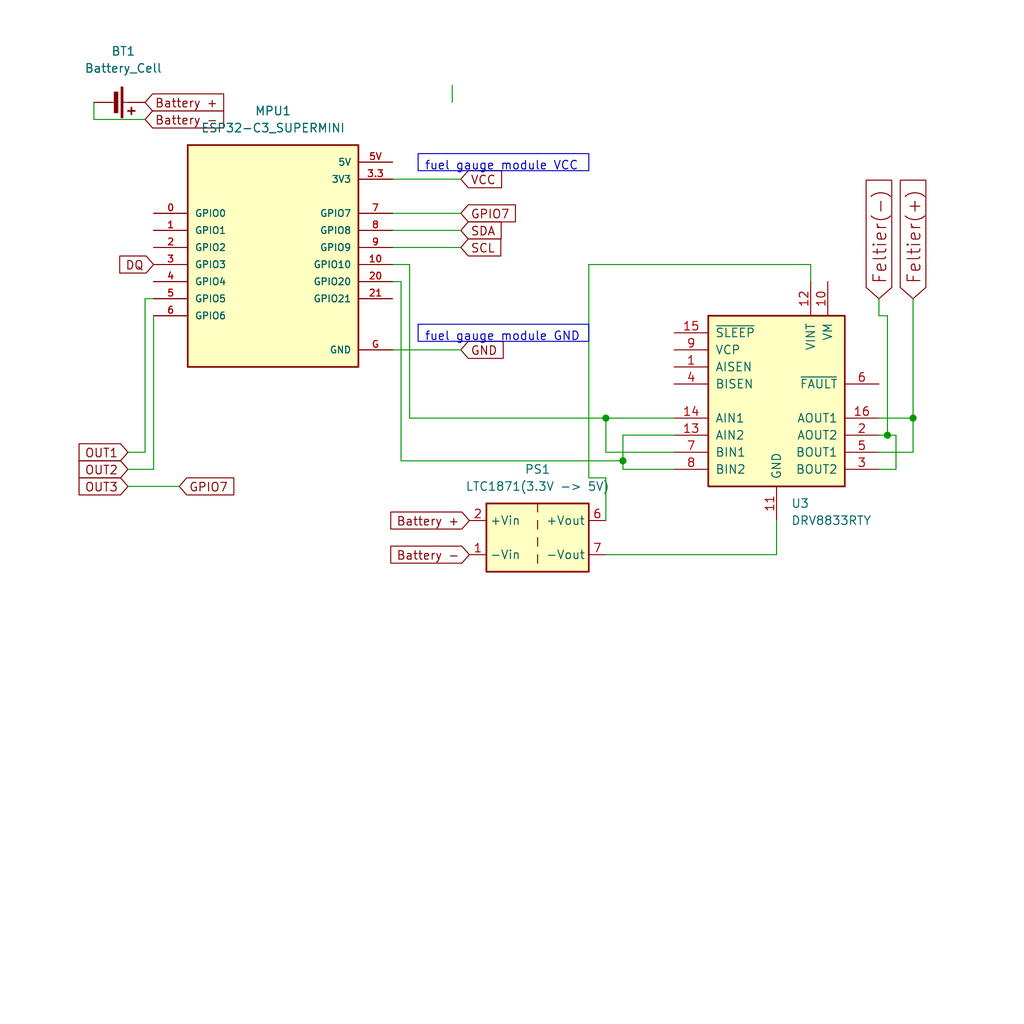
<source format=kicad_sch>
(kicad_sch
	(version 20250114)
	(generator "eeschema")
	(generator_version "9.0")
	(uuid "7c076e4e-0de5-4ff3-965d-14676b85a7c6")
	(paper "User" 152.4 152.4)
	(lib_symbols
		(symbol "Converter_DCDC:ITX1215SA"
			(exclude_from_sim no)
			(in_bom yes)
			(on_board yes)
			(property "Reference" "PS"
				(at -7.62 6.35 0)
				(effects
					(font
						(size 1.27 1.27)
					)
					(justify left)
				)
			)
			(property "Value" "ITX1215SA"
				(at 1.27 6.35 0)
				(effects
					(font
						(size 1.27 1.27)
					)
					(justify left)
				)
			)
			(property "Footprint" "Converter_DCDC:Converter_DCDC_XP_POWER-ITXxxxxSA_THT"
				(at -26.67 -6.35 0)
				(effects
					(font
						(size 1.27 1.27)
					)
					(justify left)
					(hide yes)
				)
			)
			(property "Datasheet" "https://www.xppower.com/pdfs/SF_ITX.pdf"
				(at 26.67 -7.62 0)
				(effects
					(font
						(size 1.27 1.27)
					)
					(justify left)
					(hide yes)
				)
			)
			(property "Description" "XP Power 6W, 1000 VDC Isolated DC/DC Converter Module, Fully Regulated Single Output Voltage 15V, ±400mA, 12V Input Voltage, SIP"
				(at 0 0 0)
				(effects
					(font
						(size 1.27 1.27)
					)
					(hide yes)
				)
			)
			(property "ki_keywords" "XP_POWER DC/DC isolated Converter module"
				(at 0 0 0)
				(effects
					(font
						(size 1.27 1.27)
					)
					(hide yes)
				)
			)
			(property "ki_fp_filters" "*XP?POWER?ITXxxxxSA*"
				(at 0 0 0)
				(effects
					(font
						(size 1.27 1.27)
					)
					(hide yes)
				)
			)
			(symbol "ITX1215SA_0_0"
				(pin power_in line
					(at -10.16 2.54 0)
					(length 2.54)
					(name "+Vin"
						(effects
							(font
								(size 1.27 1.27)
							)
						)
					)
					(number "2"
						(effects
							(font
								(size 1.27 1.27)
							)
						)
					)
				)
				(pin power_in line
					(at -10.16 -2.54 0)
					(length 2.54)
					(name "-Vin"
						(effects
							(font
								(size 1.27 1.27)
							)
						)
					)
					(number "1"
						(effects
							(font
								(size 1.27 1.27)
							)
						)
					)
				)
				(pin no_connect line
					(at 7.62 0 180)
					(length 2.54)
					(hide yes)
					(name "NC"
						(effects
							(font
								(size 1.27 1.27)
							)
						)
					)
					(number "8"
						(effects
							(font
								(size 1.27 1.27)
							)
						)
					)
				)
				(pin power_out line
					(at 10.16 2.54 180)
					(length 2.54)
					(name "+Vout"
						(effects
							(font
								(size 1.27 1.27)
							)
						)
					)
					(number "6"
						(effects
							(font
								(size 1.27 1.27)
							)
						)
					)
				)
				(pin power_out line
					(at 10.16 -2.54 180)
					(length 2.54)
					(name "-Vout"
						(effects
							(font
								(size 1.27 1.27)
							)
						)
					)
					(number "7"
						(effects
							(font
								(size 1.27 1.27)
							)
						)
					)
				)
			)
			(symbol "ITX1215SA_0_1"
				(rectangle
					(start -7.62 5.08)
					(end 7.62 -5.08)
					(stroke
						(width 0.254)
						(type default)
					)
					(fill
						(type background)
					)
				)
				(polyline
					(pts
						(xy 0 5.08) (xy 0 3.81)
					)
					(stroke
						(width 0)
						(type default)
					)
					(fill
						(type none)
					)
				)
				(polyline
					(pts
						(xy 0 2.54) (xy 0 1.27)
					)
					(stroke
						(width 0)
						(type default)
					)
					(fill
						(type none)
					)
				)
				(polyline
					(pts
						(xy 0 0) (xy 0 -1.27)
					)
					(stroke
						(width 0)
						(type default)
					)
					(fill
						(type none)
					)
				)
				(polyline
					(pts
						(xy 0 -2.54) (xy 0 -3.81)
					)
					(stroke
						(width 0)
						(type default)
					)
					(fill
						(type none)
					)
				)
			)
			(embedded_fonts no)
		)
		(symbol "Device:Battery_Cell"
			(pin_numbers
				(hide yes)
			)
			(pin_names
				(offset 0)
				(hide yes)
			)
			(exclude_from_sim no)
			(in_bom yes)
			(on_board yes)
			(property "Reference" "BT"
				(at 2.54 2.54 0)
				(effects
					(font
						(size 1.27 1.27)
					)
					(justify left)
				)
			)
			(property "Value" "Battery_Cell"
				(at 2.54 0 0)
				(effects
					(font
						(size 1.27 1.27)
					)
					(justify left)
				)
			)
			(property "Footprint" ""
				(at 0 1.524 90)
				(effects
					(font
						(size 1.27 1.27)
					)
					(hide yes)
				)
			)
			(property "Datasheet" "~"
				(at 0 1.524 90)
				(effects
					(font
						(size 1.27 1.27)
					)
					(hide yes)
				)
			)
			(property "Description" "Single-cell battery"
				(at 0 0 0)
				(effects
					(font
						(size 1.27 1.27)
					)
					(hide yes)
				)
			)
			(property "ki_keywords" "battery cell"
				(at 0 0 0)
				(effects
					(font
						(size 1.27 1.27)
					)
					(hide yes)
				)
			)
			(symbol "Battery_Cell_0_1"
				(rectangle
					(start -2.286 1.778)
					(end 2.286 1.524)
					(stroke
						(width 0)
						(type default)
					)
					(fill
						(type outline)
					)
				)
				(rectangle
					(start -1.524 1.016)
					(end 1.524 0.508)
					(stroke
						(width 0)
						(type default)
					)
					(fill
						(type outline)
					)
				)
				(polyline
					(pts
						(xy 0 1.778) (xy 0 2.54)
					)
					(stroke
						(width 0)
						(type default)
					)
					(fill
						(type none)
					)
				)
				(polyline
					(pts
						(xy 0 0.762) (xy 0 0)
					)
					(stroke
						(width 0)
						(type default)
					)
					(fill
						(type none)
					)
				)
				(polyline
					(pts
						(xy 0.762 3.048) (xy 1.778 3.048)
					)
					(stroke
						(width 0.254)
						(type default)
					)
					(fill
						(type none)
					)
				)
				(polyline
					(pts
						(xy 1.27 3.556) (xy 1.27 2.54)
					)
					(stroke
						(width 0.254)
						(type default)
					)
					(fill
						(type none)
					)
				)
			)
			(symbol "Battery_Cell_1_1"
				(pin passive line
					(at 0 5.08 270)
					(length 2.54)
					(name "+"
						(effects
							(font
								(size 1.27 1.27)
							)
						)
					)
					(number "1"
						(effects
							(font
								(size 1.27 1.27)
							)
						)
					)
				)
				(pin passive line
					(at 0 -2.54 90)
					(length 2.54)
					(name "-"
						(effects
							(font
								(size 1.27 1.27)
							)
						)
					)
					(number "2"
						(effects
							(font
								(size 1.27 1.27)
							)
						)
					)
				)
			)
			(embedded_fonts no)
		)
		(symbol "Driver_Motor:DRV8833RTY"
			(pin_names
				(offset 1.016)
			)
			(exclude_from_sim no)
			(in_bom yes)
			(on_board yes)
			(property "Reference" "U"
				(at -3.81 16.51 0)
				(effects
					(font
						(size 1.27 1.27)
					)
				)
			)
			(property "Value" "DRV8833RTY"
				(at -3.81 13.97 0)
				(effects
					(font
						(size 1.27 1.27)
					)
				)
			)
			(property "Footprint" "Package_DFN_QFN:Texas_RTY_WQFN-16-1EP_4x4mm_P0.65mm_EP2.1x2.1mm_ThermalVias"
				(at 5.08 -17.78 0)
				(effects
					(font
						(size 1.27 1.27)
					)
					(justify left)
					(hide yes)
				)
			)
			(property "Datasheet" "http://www.ti.com/lit/ds/symlink/drv8833.pdf"
				(at 5.08 -20.32 0)
				(effects
					(font
						(size 1.27 1.27)
					)
					(justify left)
					(hide yes)
				)
			)
			(property "Description" "Dual H-Bridge Motor Driver, WQFN-16"
				(at 0 0 0)
				(effects
					(font
						(size 1.27 1.27)
					)
					(hide yes)
				)
			)
			(property "ki_keywords" "H-bridge motor driver"
				(at 0 0 0)
				(effects
					(font
						(size 1.27 1.27)
					)
					(hide yes)
				)
			)
			(property "ki_fp_filters" "Texas*RTY*EP2.1x2.1mm*"
				(at 0 0 0)
				(effects
					(font
						(size 1.27 1.27)
					)
					(hide yes)
				)
			)
			(symbol "DRV8833RTY_0_1"
				(rectangle
					(start -10.16 12.7)
					(end 10.16 -12.7)
					(stroke
						(width 0.254)
						(type default)
					)
					(fill
						(type background)
					)
				)
			)
			(symbol "DRV8833RTY_1_1"
				(pin input line
					(at -15.24 10.16 0)
					(length 5.08)
					(name "~{SLEEP}"
						(effects
							(font
								(size 1.27 1.27)
							)
						)
					)
					(number "15"
						(effects
							(font
								(size 1.27 1.27)
							)
						)
					)
				)
				(pin bidirectional line
					(at -15.24 7.62 0)
					(length 5.08)
					(name "VCP"
						(effects
							(font
								(size 1.27 1.27)
							)
						)
					)
					(number "9"
						(effects
							(font
								(size 1.27 1.27)
							)
						)
					)
				)
				(pin bidirectional line
					(at -15.24 5.08 0)
					(length 5.08)
					(name "AISEN"
						(effects
							(font
								(size 1.27 1.27)
							)
						)
					)
					(number "1"
						(effects
							(font
								(size 1.27 1.27)
							)
						)
					)
				)
				(pin bidirectional line
					(at -15.24 2.54 0)
					(length 5.08)
					(name "BISEN"
						(effects
							(font
								(size 1.27 1.27)
							)
						)
					)
					(number "4"
						(effects
							(font
								(size 1.27 1.27)
							)
						)
					)
				)
				(pin input line
					(at -15.24 -2.54 0)
					(length 5.08)
					(name "AIN1"
						(effects
							(font
								(size 1.27 1.27)
							)
						)
					)
					(number "14"
						(effects
							(font
								(size 1.27 1.27)
							)
						)
					)
				)
				(pin input line
					(at -15.24 -5.08 0)
					(length 5.08)
					(name "AIN2"
						(effects
							(font
								(size 1.27 1.27)
							)
						)
					)
					(number "13"
						(effects
							(font
								(size 1.27 1.27)
							)
						)
					)
				)
				(pin input line
					(at -15.24 -7.62 0)
					(length 5.08)
					(name "BIN1"
						(effects
							(font
								(size 1.27 1.27)
							)
						)
					)
					(number "7"
						(effects
							(font
								(size 1.27 1.27)
							)
						)
					)
				)
				(pin input line
					(at -15.24 -10.16 0)
					(length 5.08)
					(name "BIN2"
						(effects
							(font
								(size 1.27 1.27)
							)
						)
					)
					(number "8"
						(effects
							(font
								(size 1.27 1.27)
							)
						)
					)
				)
				(pin power_in line
					(at 0 -17.78 90)
					(length 5.08)
					(name "GND"
						(effects
							(font
								(size 1.27 1.27)
							)
						)
					)
					(number "11"
						(effects
							(font
								(size 1.27 1.27)
							)
						)
					)
				)
				(pin passive line
					(at 0 -17.78 90)
					(length 5.08)
					(hide yes)
					(name "GND"
						(effects
							(font
								(size 1.27 1.27)
							)
						)
					)
					(number "17"
						(effects
							(font
								(size 1.27 1.27)
							)
						)
					)
				)
				(pin power_in line
					(at 5.08 17.78 270)
					(length 5.08)
					(name "VINT"
						(effects
							(font
								(size 1.27 1.27)
							)
						)
					)
					(number "12"
						(effects
							(font
								(size 1.27 1.27)
							)
						)
					)
				)
				(pin power_in line
					(at 7.62 17.78 270)
					(length 5.08)
					(name "VM"
						(effects
							(font
								(size 1.27 1.27)
							)
						)
					)
					(number "10"
						(effects
							(font
								(size 1.27 1.27)
							)
						)
					)
				)
				(pin open_collector line
					(at 15.24 2.54 180)
					(length 5.08)
					(name "~{FAULT}"
						(effects
							(font
								(size 1.27 1.27)
							)
						)
					)
					(number "6"
						(effects
							(font
								(size 1.27 1.27)
							)
						)
					)
				)
				(pin power_out line
					(at 15.24 -2.54 180)
					(length 5.08)
					(name "AOUT1"
						(effects
							(font
								(size 1.27 1.27)
							)
						)
					)
					(number "16"
						(effects
							(font
								(size 1.27 1.27)
							)
						)
					)
				)
				(pin power_out line
					(at 15.24 -5.08 180)
					(length 5.08)
					(name "AOUT2"
						(effects
							(font
								(size 1.27 1.27)
							)
						)
					)
					(number "2"
						(effects
							(font
								(size 1.27 1.27)
							)
						)
					)
				)
				(pin power_out line
					(at 15.24 -7.62 180)
					(length 5.08)
					(name "BOUT1"
						(effects
							(font
								(size 1.27 1.27)
							)
						)
					)
					(number "5"
						(effects
							(font
								(size 1.27 1.27)
							)
						)
					)
				)
				(pin power_out line
					(at 15.24 -10.16 180)
					(length 5.08)
					(name "BOUT2"
						(effects
							(font
								(size 1.27 1.27)
							)
						)
					)
					(number "3"
						(effects
							(font
								(size 1.27 1.27)
							)
						)
					)
				)
			)
			(embedded_fonts no)
		)
		(symbol "ESP32-C3_SUPERMINI_TH:ESP32-C3_SUPERMINI_TH"
			(pin_names
				(offset 1.016)
			)
			(exclude_from_sim no)
			(in_bom yes)
			(on_board yes)
			(property "Reference" "U"
				(at -12.7 16.002 0)
				(effects
					(font
						(size 1.27 1.27)
					)
					(justify left bottom)
				)
			)
			(property "Value" "ESP32-C3_SUPERMINI_TH"
				(at -12.7 -20.32 0)
				(effects
					(font
						(size 1.27 1.27)
					)
					(justify left bottom)
				)
			)
			(property "Footprint" "ESP32-C3_SUPERMINI_TH:MODULE_ESP32-C3_SUPERMINI"
				(at 0 0 0)
				(effects
					(font
						(size 1.27 1.27)
					)
					(justify bottom)
					(hide yes)
				)
			)
			(property "Datasheet" ""
				(at 0 0 0)
				(effects
					(font
						(size 1.27 1.27)
					)
					(hide yes)
				)
			)
			(property "Description" ""
				(at 0 0 0)
				(effects
					(font
						(size 1.27 1.27)
					)
					(hide yes)
				)
			)
			(property "MF" "Espressif Systems"
				(at 0 0 0)
				(effects
					(font
						(size 1.27 1.27)
					)
					(justify bottom)
					(hide yes)
				)
			)
			(property "MAXIMUM_PACKAGE_HEIGHT" "4.2mm"
				(at 0 0 0)
				(effects
					(font
						(size 1.27 1.27)
					)
					(justify bottom)
					(hide yes)
				)
			)
			(property "Package" "Package"
				(at 0 0 0)
				(effects
					(font
						(size 1.27 1.27)
					)
					(justify bottom)
					(hide yes)
				)
			)
			(property "Price" "None"
				(at 0 0 0)
				(effects
					(font
						(size 1.27 1.27)
					)
					(justify bottom)
					(hide yes)
				)
			)
			(property "Check_prices" "https://www.snapeda.com/parts/ESP32-C3%20SuperMini_TH/Espressif+Systems/view-part/?ref=eda"
				(at 0 0 0)
				(effects
					(font
						(size 1.27 1.27)
					)
					(justify bottom)
					(hide yes)
				)
			)
			(property "STANDARD" "Manufacturer Recommendations"
				(at 0 0 0)
				(effects
					(font
						(size 1.27 1.27)
					)
					(justify bottom)
					(hide yes)
				)
			)
			(property "PARTREV" ""
				(at 0 0 0)
				(effects
					(font
						(size 1.27 1.27)
					)
					(justify bottom)
					(hide yes)
				)
			)
			(property "SnapEDA_Link" "https://www.snapeda.com/parts/ESP32-C3%20SuperMini_TH/Espressif+Systems/view-part/?ref=snap"
				(at 0 0 0)
				(effects
					(font
						(size 1.27 1.27)
					)
					(justify bottom)
					(hide yes)
				)
			)
			(property "MP" "ESP32-C3 SuperMini_TH"
				(at 0 0 0)
				(effects
					(font
						(size 1.27 1.27)
					)
					(justify bottom)
					(hide yes)
				)
			)
			(property "Description_1" "Super tiny ESP32-C3 board"
				(at 0 0 0)
				(effects
					(font
						(size 1.27 1.27)
					)
					(justify bottom)
					(hide yes)
				)
			)
			(property "Availability" "Not in stock"
				(at 0 0 0)
				(effects
					(font
						(size 1.27 1.27)
					)
					(justify bottom)
					(hide yes)
				)
			)
			(property "MANUFACTURER" "Espressif"
				(at 0 0 0)
				(effects
					(font
						(size 1.27 1.27)
					)
					(justify bottom)
					(hide yes)
				)
			)
			(symbol "ESP32-C3_SUPERMINI_TH_0_0"
				(rectangle
					(start -12.7 -17.78)
					(end 12.7 15.24)
					(stroke
						(width 0.254)
						(type default)
					)
					(fill
						(type background)
					)
				)
				(pin bidirectional line
					(at -17.78 5.08 0)
					(length 5.08)
					(name "GPIO0"
						(effects
							(font
								(size 1.016 1.016)
							)
						)
					)
					(number "0"
						(effects
							(font
								(size 1.016 1.016)
							)
						)
					)
				)
				(pin bidirectional line
					(at -17.78 2.54 0)
					(length 5.08)
					(name "GPIO1"
						(effects
							(font
								(size 1.016 1.016)
							)
						)
					)
					(number "1"
						(effects
							(font
								(size 1.016 1.016)
							)
						)
					)
				)
				(pin bidirectional line
					(at -17.78 0 0)
					(length 5.08)
					(name "GPIO2"
						(effects
							(font
								(size 1.016 1.016)
							)
						)
					)
					(number "2"
						(effects
							(font
								(size 1.016 1.016)
							)
						)
					)
				)
				(pin bidirectional line
					(at -17.78 -2.54 0)
					(length 5.08)
					(name "GPIO3"
						(effects
							(font
								(size 1.016 1.016)
							)
						)
					)
					(number "3"
						(effects
							(font
								(size 1.016 1.016)
							)
						)
					)
				)
				(pin bidirectional line
					(at -17.78 -5.08 0)
					(length 5.08)
					(name "GPIO4"
						(effects
							(font
								(size 1.016 1.016)
							)
						)
					)
					(number "4"
						(effects
							(font
								(size 1.016 1.016)
							)
						)
					)
				)
				(pin bidirectional line
					(at -17.78 -7.62 0)
					(length 5.08)
					(name "GPIO5"
						(effects
							(font
								(size 1.016 1.016)
							)
						)
					)
					(number "5"
						(effects
							(font
								(size 1.016 1.016)
							)
						)
					)
				)
				(pin bidirectional line
					(at -17.78 -10.16 0)
					(length 5.08)
					(name "GPIO6"
						(effects
							(font
								(size 1.016 1.016)
							)
						)
					)
					(number "6"
						(effects
							(font
								(size 1.016 1.016)
							)
						)
					)
				)
				(pin power_in line
					(at 17.78 12.7 180)
					(length 5.08)
					(name "5V"
						(effects
							(font
								(size 1.016 1.016)
							)
						)
					)
					(number "5V"
						(effects
							(font
								(size 1.016 1.016)
							)
						)
					)
				)
				(pin power_in line
					(at 17.78 10.16 180)
					(length 5.08)
					(name "3V3"
						(effects
							(font
								(size 1.016 1.016)
							)
						)
					)
					(number "3.3"
						(effects
							(font
								(size 1.016 1.016)
							)
						)
					)
				)
				(pin bidirectional line
					(at 17.78 5.08 180)
					(length 5.08)
					(name "GPIO7"
						(effects
							(font
								(size 1.016 1.016)
							)
						)
					)
					(number "7"
						(effects
							(font
								(size 1.016 1.016)
							)
						)
					)
				)
				(pin bidirectional line
					(at 17.78 2.54 180)
					(length 5.08)
					(name "GPIO8"
						(effects
							(font
								(size 1.016 1.016)
							)
						)
					)
					(number "8"
						(effects
							(font
								(size 1.016 1.016)
							)
						)
					)
				)
				(pin bidirectional line
					(at 17.78 0 180)
					(length 5.08)
					(name "GPIO9"
						(effects
							(font
								(size 1.016 1.016)
							)
						)
					)
					(number "9"
						(effects
							(font
								(size 1.016 1.016)
							)
						)
					)
				)
				(pin bidirectional line
					(at 17.78 -2.54 180)
					(length 5.08)
					(name "GPIO10"
						(effects
							(font
								(size 1.016 1.016)
							)
						)
					)
					(number "10"
						(effects
							(font
								(size 1.016 1.016)
							)
						)
					)
				)
				(pin bidirectional line
					(at 17.78 -5.08 180)
					(length 5.08)
					(name "GPIO20"
						(effects
							(font
								(size 1.016 1.016)
							)
						)
					)
					(number "20"
						(effects
							(font
								(size 1.016 1.016)
							)
						)
					)
				)
				(pin bidirectional line
					(at 17.78 -7.62 180)
					(length 5.08)
					(name "GPIO21"
						(effects
							(font
								(size 1.016 1.016)
							)
						)
					)
					(number "21"
						(effects
							(font
								(size 1.016 1.016)
							)
						)
					)
				)
				(pin power_in line
					(at 17.78 -15.24 180)
					(length 5.08)
					(name "GND"
						(effects
							(font
								(size 1.016 1.016)
							)
						)
					)
					(number "G"
						(effects
							(font
								(size 1.016 1.016)
							)
						)
					)
				)
			)
			(embedded_fonts no)
		)
		(symbol "Module-eagle-import:CAP0402-CAP"
			(exclude_from_sim no)
			(in_bom yes)
			(on_board yes)
			(property "Reference" "C"
				(at 1.524 2.921 0)
				(effects
					(font
						(size 1.778 1.5113)
					)
					(justify left bottom)
				)
			)
			(property "Value" ""
				(at 1.524 -2.159 0)
				(effects
					(font
						(size 1.778 1.5113)
					)
					(justify left bottom)
				)
			)
			(property "Footprint" "Module:0402-CAP"
				(at 0 0 0)
				(effects
					(font
						(size 1.27 1.27)
					)
					(hide yes)
				)
			)
			(property "Datasheet" ""
				(at 0 0 0)
				(effects
					(font
						(size 1.27 1.27)
					)
					(hide yes)
				)
			)
			(property "Description" "Capacitor Standard 0603 ceramic capacitor, and 0.1\" leaded capacitor."
				(at 0 0 0)
				(effects
					(font
						(size 1.27 1.27)
					)
					(hide yes)
				)
			)
			(property "ki_locked" ""
				(at 0 0 0)
				(effects
					(font
						(size 1.27 1.27)
					)
				)
			)
			(symbol "CAP0402-CAP_1_0"
				(rectangle
					(start -2.032 1.524)
					(end 2.032 2.032)
					(stroke
						(width 0)
						(type default)
					)
					(fill
						(type outline)
					)
				)
				(rectangle
					(start -2.032 0.508)
					(end 2.032 1.016)
					(stroke
						(width 0)
						(type default)
					)
					(fill
						(type outline)
					)
				)
				(polyline
					(pts
						(xy 0 2.54) (xy 0 2.032)
					)
					(stroke
						(width 0.1524)
						(type solid)
					)
					(fill
						(type none)
					)
				)
				(polyline
					(pts
						(xy 0 0) (xy 0 0.508)
					)
					(stroke
						(width 0.1524)
						(type solid)
					)
					(fill
						(type none)
					)
				)
				(pin passive line
					(at 0 5.08 270)
					(length 2.54)
					(name "1"
						(effects
							(font
								(size 0 0)
							)
						)
					)
					(number "1"
						(effects
							(font
								(size 0 0)
							)
						)
					)
				)
				(pin passive line
					(at 0 -2.54 90)
					(length 2.54)
					(name "2"
						(effects
							(font
								(size 0 0)
							)
						)
					)
					(number "2"
						(effects
							(font
								(size 0 0)
							)
						)
					)
				)
			)
			(embedded_fonts no)
		)
		(symbol "Module-eagle-import:FRAME-LETTER"
			(exclude_from_sim no)
			(in_bom yes)
			(on_board yes)
			(property "Reference" "#FRAME"
				(at 0 0 0)
				(effects
					(font
						(size 1.27 1.27)
					)
					(hide yes)
				)
			)
			(property "Value" ""
				(at 0 0 0)
				(effects
					(font
						(size 1.27 1.27)
					)
					(hide yes)
				)
			)
			(property "Footprint" ""
				(at 0 0 0)
				(effects
					(font
						(size 1.27 1.27)
					)
					(hide yes)
				)
			)
			(property "Datasheet" ""
				(at 0 0 0)
				(effects
					(font
						(size 1.27 1.27)
					)
					(hide yes)
				)
			)
			(property "Description" "Schematic Frame\n\nStandard 8.5x11 US Letter frame"
				(at 0 0 0)
				(effects
					(font
						(size 1.27 1.27)
					)
					(hide yes)
				)
			)
			(property "ki_locked" ""
				(at 0 0 0)
				(effects
					(font
						(size 1.27 1.27)
					)
				)
			)
			(symbol "FRAME-LETTER_1_0"
				(polyline
					(pts
						(xy 0 185.42) (xy 0 0)
					)
					(stroke
						(width 0.4064)
						(type solid)
					)
					(fill
						(type none)
					)
				)
				(polyline
					(pts
						(xy 0 185.42) (xy 248.92 185.42)
					)
					(stroke
						(width 0.4064)
						(type solid)
					)
					(fill
						(type none)
					)
				)
				(polyline
					(pts
						(xy 0 0) (xy 248.92 0)
					)
					(stroke
						(width 0.4064)
						(type solid)
					)
					(fill
						(type none)
					)
				)
				(polyline
					(pts
						(xy 248.92 185.42) (xy 248.92 0)
					)
					(stroke
						(width 0.4064)
						(type solid)
					)
					(fill
						(type none)
					)
				)
			)
			(symbol "FRAME-LETTER_2_0"
				(polyline
					(pts
						(xy 0 22.86) (xy 0 35.56)
					)
					(stroke
						(width 0.254)
						(type solid)
					)
					(fill
						(type none)
					)
				)
				(polyline
					(pts
						(xy 0 22.86) (xy 101.6 22.86)
					)
					(stroke
						(width 0.254)
						(type solid)
					)
					(fill
						(type none)
					)
				)
				(polyline
					(pts
						(xy 0 15.24) (xy 0 22.86)
					)
					(stroke
						(width 0.254)
						(type solid)
					)
					(fill
						(type none)
					)
				)
				(polyline
					(pts
						(xy 0 5.08) (xy 0 15.24)
					)
					(stroke
						(width 0.254)
						(type solid)
					)
					(fill
						(type none)
					)
				)
				(polyline
					(pts
						(xy 0 5.08) (xy 71.12 5.08)
					)
					(stroke
						(width 0.254)
						(type solid)
					)
					(fill
						(type none)
					)
				)
				(polyline
					(pts
						(xy 0 0) (xy 0 5.08)
					)
					(stroke
						(width 0.254)
						(type solid)
					)
					(fill
						(type none)
					)
				)
				(polyline
					(pts
						(xy 0 0) (xy 71.12 0)
					)
					(stroke
						(width 0.254)
						(type solid)
					)
					(fill
						(type none)
					)
				)
				(polyline
					(pts
						(xy 71.12 5.08) (xy 71.12 0)
					)
					(stroke
						(width 0.254)
						(type solid)
					)
					(fill
						(type none)
					)
				)
				(polyline
					(pts
						(xy 71.12 5.08) (xy 87.63 5.08)
					)
					(stroke
						(width 0.254)
						(type solid)
					)
					(fill
						(type none)
					)
				)
				(polyline
					(pts
						(xy 71.12 0) (xy 101.6 0)
					)
					(stroke
						(width 0.254)
						(type solid)
					)
					(fill
						(type none)
					)
				)
				(polyline
					(pts
						(xy 87.63 15.24) (xy 0 15.24)
					)
					(stroke
						(width 0.254)
						(type solid)
					)
					(fill
						(type none)
					)
				)
				(polyline
					(pts
						(xy 87.63 15.24) (xy 87.63 5.08)
					)
					(stroke
						(width 0.254)
						(type solid)
					)
					(fill
						(type none)
					)
				)
				(polyline
					(pts
						(xy 87.63 5.08) (xy 101.6 5.08)
					)
					(stroke
						(width 0.254)
						(type solid)
					)
					(fill
						(type none)
					)
				)
				(polyline
					(pts
						(xy 101.6 35.56) (xy 0 35.56)
					)
					(stroke
						(width 0.254)
						(type solid)
					)
					(fill
						(type none)
					)
				)
				(polyline
					(pts
						(xy 101.6 35.56) (xy 101.6 22.86)
					)
					(stroke
						(width 0.254)
						(type solid)
					)
					(fill
						(type none)
					)
				)
				(polyline
					(pts
						(xy 101.6 22.86) (xy 101.6 15.24)
					)
					(stroke
						(width 0.254)
						(type solid)
					)
					(fill
						(type none)
					)
				)
				(polyline
					(pts
						(xy 101.6 15.24) (xy 87.63 15.24)
					)
					(stroke
						(width 0.254)
						(type solid)
					)
					(fill
						(type none)
					)
				)
				(polyline
					(pts
						(xy 101.6 15.24) (xy 101.6 5.08)
					)
					(stroke
						(width 0.254)
						(type solid)
					)
					(fill
						(type none)
					)
				)
				(polyline
					(pts
						(xy 101.6 5.08) (xy 101.6 0)
					)
					(stroke
						(width 0.254)
						(type solid)
					)
					(fill
						(type none)
					)
				)
				(text "Document Number:"
					(at 1.27 11.43 0)
					(effects
						(font
							(size 2.54 2.54)
						)
						(justify left bottom)
					)
				)
				(text "Date:"
					(at 1.27 1.27 0)
					(effects
						(font
							(size 2.54 2.54)
						)
						(justify left bottom)
					)
				)
				(text "TITLE:"
					(at 1.524 17.78 0)
					(effects
						(font
							(size 2.54 2.54)
						)
						(justify left bottom)
					)
				)
				(text "${CURRENT_DATE}"
					(at 12.7 1.27 0)
					(effects
						(font
							(size 2.54 2.54)
						)
						(justify left bottom)
					)
				)
				(text "${PROJECTNAME}"
					(at 15.494 17.78 0)
					(effects
						(font
							(size 2.7432 2.7432)
						)
						(justify left bottom)
					)
				)
				(text "Sheet:"
					(at 72.39 1.27 0)
					(effects
						(font
							(size 2.54 2.54)
						)
						(justify left bottom)
					)
				)
				(text "${#}/${##}"
					(at 86.36 1.27 0)
					(effects
						(font
							(size 2.54 2.54)
						)
						(justify left bottom)
					)
				)
				(text "REV:"
					(at 88.9 11.43 0)
					(effects
						(font
							(size 2.54 2.54)
						)
						(justify left bottom)
					)
				)
			)
			(embedded_fonts no)
		)
		(symbol "Module-eagle-import:GND"
			(power)
			(exclude_from_sim no)
			(in_bom yes)
			(on_board yes)
			(property "Reference" "#GND"
				(at 0 0 0)
				(effects
					(font
						(size 1.27 1.27)
					)
					(hide yes)
				)
			)
			(property "Value" ""
				(at -2.54 -2.54 0)
				(effects
					(font
						(size 1.778 1.5113)
					)
					(justify left bottom)
				)
			)
			(property "Footprint" ""
				(at 0 0 0)
				(effects
					(font
						(size 1.27 1.27)
					)
					(hide yes)
				)
			)
			(property "Datasheet" ""
				(at 0 0 0)
				(effects
					(font
						(size 1.27 1.27)
					)
					(hide yes)
				)
			)
			(property "Description" "SUPPLY SYMBOL"
				(at 0 0 0)
				(effects
					(font
						(size 1.27 1.27)
					)
					(hide yes)
				)
			)
			(property "ki_locked" ""
				(at 0 0 0)
				(effects
					(font
						(size 1.27 1.27)
					)
				)
			)
			(symbol "GND_1_0"
				(polyline
					(pts
						(xy -1.905 0) (xy 1.905 0)
					)
					(stroke
						(width 0.254)
						(type solid)
					)
					(fill
						(type none)
					)
				)
				(pin power_in line
					(at 0 2.54 270)
					(length 2.54)
					(name "GND"
						(effects
							(font
								(size 0 0)
							)
						)
					)
					(number "1"
						(effects
							(font
								(size 0 0)
							)
						)
					)
				)
			)
			(embedded_fonts no)
		)
		(symbol "Module-eagle-import:M02-JST-2MM-SMT"
			(exclude_from_sim no)
			(in_bom yes)
			(on_board yes)
			(property "Reference" "JP"
				(at -2.54 5.842 0)
				(effects
					(font
						(size 1.778 1.5113)
					)
					(justify left bottom)
				)
			)
			(property "Value" ""
				(at -2.54 -5.08 0)
				(effects
					(font
						(size 1.778 1.5113)
					)
					(justify left bottom)
				)
			)
			(property "Footprint" "Module:JST-2-SMD"
				(at 0 0 0)
				(effects
					(font
						(size 1.27 1.27)
					)
					(hide yes)
				)
			)
			(property "Datasheet" ""
				(at 0 0 0)
				(effects
					(font
						(size 1.27 1.27)
					)
					(hide yes)
				)
			)
			(property "Description" "Header 2 Standard 2-pin 0.1\" header. Use with straight break away headers (SKU : PRT-00116), right angle break away headers (PRT-00553), swiss pins (PRT-00743), machine pins (PRT-00117), and female headers (PRT-00115). Molex polarized connector foot print use with SKU : PRT-08233 with associated crimp pins and housings."
				(at 0 0 0)
				(effects
					(font
						(size 1.27 1.27)
					)
					(hide yes)
				)
			)
			(property "ki_locked" ""
				(at 0 0 0)
				(effects
					(font
						(size 1.27 1.27)
					)
				)
			)
			(symbol "M02-JST-2MM-SMT_1_0"
				(polyline
					(pts
						(xy -2.54 5.08) (xy -2.54 -2.54)
					)
					(stroke
						(width 0.4064)
						(type solid)
					)
					(fill
						(type none)
					)
				)
				(polyline
					(pts
						(xy -2.54 5.08) (xy 3.81 5.08)
					)
					(stroke
						(width 0.4064)
						(type solid)
					)
					(fill
						(type none)
					)
				)
				(polyline
					(pts
						(xy 1.27 2.54) (xy 2.54 2.54)
					)
					(stroke
						(width 0.6096)
						(type solid)
					)
					(fill
						(type none)
					)
				)
				(polyline
					(pts
						(xy 1.27 0) (xy 2.54 0)
					)
					(stroke
						(width 0.6096)
						(type solid)
					)
					(fill
						(type none)
					)
				)
				(polyline
					(pts
						(xy 3.81 -2.54) (xy -2.54 -2.54)
					)
					(stroke
						(width 0.4064)
						(type solid)
					)
					(fill
						(type none)
					)
				)
				(polyline
					(pts
						(xy 3.81 -2.54) (xy 3.81 5.08)
					)
					(stroke
						(width 0.4064)
						(type solid)
					)
					(fill
						(type none)
					)
				)
				(pin passive line
					(at 7.62 2.54 180)
					(length 5.08)
					(name "2"
						(effects
							(font
								(size 0 0)
							)
						)
					)
					(number "2"
						(effects
							(font
								(size 1.524 1.524)
							)
						)
					)
				)
				(pin passive line
					(at 7.62 0 180)
					(length 5.08)
					(name "1"
						(effects
							(font
								(size 0 0)
							)
						)
					)
					(number "1"
						(effects
							(font
								(size 1.524 1.524)
							)
						)
					)
				)
			)
			(embedded_fonts no)
		)
		(symbol "Module-eagle-import:M02PTH"
			(exclude_from_sim no)
			(in_bom yes)
			(on_board yes)
			(property "Reference" "JP"
				(at -2.54 5.842 0)
				(effects
					(font
						(size 1.778 1.5113)
					)
					(justify left bottom)
				)
			)
			(property "Value" ""
				(at -2.54 -5.08 0)
				(effects
					(font
						(size 1.778 1.5113)
					)
					(justify left bottom)
				)
			)
			(property "Footprint" "Module:1X02"
				(at 0 0 0)
				(effects
					(font
						(size 1.27 1.27)
					)
					(hide yes)
				)
			)
			(property "Datasheet" ""
				(at 0 0 0)
				(effects
					(font
						(size 1.27 1.27)
					)
					(hide yes)
				)
			)
			(property "Description" "Header 2 Standard 2-pin 0.1\" header. Use with straight break away headers (SKU : PRT-00116), right angle break away headers (PRT-00553), swiss pins (PRT-00743), machine pins (PRT-00117), and female headers (PRT-00115). Molex polarized connector foot print use with SKU : PRT-08233 with associated crimp pins and housings."
				(at 0 0 0)
				(effects
					(font
						(size 1.27 1.27)
					)
					(hide yes)
				)
			)
			(property "ki_locked" ""
				(at 0 0 0)
				(effects
					(font
						(size 1.27 1.27)
					)
				)
			)
			(symbol "M02PTH_1_0"
				(polyline
					(pts
						(xy -2.54 5.08) (xy -2.54 -2.54)
					)
					(stroke
						(width 0.4064)
						(type solid)
					)
					(fill
						(type none)
					)
				)
				(polyline
					(pts
						(xy -2.54 5.08) (xy 3.81 5.08)
					)
					(stroke
						(width 0.4064)
						(type solid)
					)
					(fill
						(type none)
					)
				)
				(polyline
					(pts
						(xy 1.27 2.54) (xy 2.54 2.54)
					)
					(stroke
						(width 0.6096)
						(type solid)
					)
					(fill
						(type none)
					)
				)
				(polyline
					(pts
						(xy 1.27 0) (xy 2.54 0)
					)
					(stroke
						(width 0.6096)
						(type solid)
					)
					(fill
						(type none)
					)
				)
				(polyline
					(pts
						(xy 3.81 -2.54) (xy -2.54 -2.54)
					)
					(stroke
						(width 0.4064)
						(type solid)
					)
					(fill
						(type none)
					)
				)
				(polyline
					(pts
						(xy 3.81 -2.54) (xy 3.81 5.08)
					)
					(stroke
						(width 0.4064)
						(type solid)
					)
					(fill
						(type none)
					)
				)
				(pin passive line
					(at 7.62 2.54 180)
					(length 5.08)
					(name "2"
						(effects
							(font
								(size 0 0)
							)
						)
					)
					(number "2"
						(effects
							(font
								(size 1.524 1.524)
							)
						)
					)
				)
				(pin passive line
					(at 7.62 0 180)
					(length 5.08)
					(name "1"
						(effects
							(font
								(size 0 0)
							)
						)
					)
					(number "1"
						(effects
							(font
								(size 1.524 1.524)
							)
						)
					)
				)
			)
			(embedded_fonts no)
		)
		(symbol "Module-eagle-import:M03PTH"
			(exclude_from_sim no)
			(in_bom yes)
			(on_board yes)
			(property "Reference" "JP"
				(at -2.54 5.842 0)
				(effects
					(font
						(size 1.778 1.5113)
					)
					(justify left bottom)
				)
			)
			(property "Value" ""
				(at -2.54 -7.62 0)
				(effects
					(font
						(size 1.778 1.5113)
					)
					(justify left bottom)
				)
			)
			(property "Footprint" "Module:1X03"
				(at 0 0 0)
				(effects
					(font
						(size 1.27 1.27)
					)
					(hide yes)
				)
			)
			(property "Datasheet" ""
				(at 0 0 0)
				(effects
					(font
						(size 1.27 1.27)
					)
					(hide yes)
				)
			)
			(property "Description" "Header 3 Standard 3-pin 0.1\" header. Use with straight break away headers (SKU : PRT-00116), right angle break away headers (PRT-00553), swiss pins (PRT-00743), machine pins (PRT-00117), and female headers (PRT-00115). Molex polarized connector foot print use with SKU : PRT-08232 with associated crimp pins and housings."
				(at 0 0 0)
				(effects
					(font
						(size 1.27 1.27)
					)
					(hide yes)
				)
			)
			(property "ki_locked" ""
				(at 0 0 0)
				(effects
					(font
						(size 1.27 1.27)
					)
				)
			)
			(symbol "M03PTH_1_0"
				(polyline
					(pts
						(xy -2.54 5.08) (xy -2.54 -5.08)
					)
					(stroke
						(width 0.4064)
						(type solid)
					)
					(fill
						(type none)
					)
				)
				(polyline
					(pts
						(xy -2.54 5.08) (xy 3.81 5.08)
					)
					(stroke
						(width 0.4064)
						(type solid)
					)
					(fill
						(type none)
					)
				)
				(polyline
					(pts
						(xy 1.27 2.54) (xy 2.54 2.54)
					)
					(stroke
						(width 0.6096)
						(type solid)
					)
					(fill
						(type none)
					)
				)
				(polyline
					(pts
						(xy 1.27 0) (xy 2.54 0)
					)
					(stroke
						(width 0.6096)
						(type solid)
					)
					(fill
						(type none)
					)
				)
				(polyline
					(pts
						(xy 1.27 -2.54) (xy 2.54 -2.54)
					)
					(stroke
						(width 0.6096)
						(type solid)
					)
					(fill
						(type none)
					)
				)
				(polyline
					(pts
						(xy 3.81 -5.08) (xy -2.54 -5.08)
					)
					(stroke
						(width 0.4064)
						(type solid)
					)
					(fill
						(type none)
					)
				)
				(polyline
					(pts
						(xy 3.81 -5.08) (xy 3.81 5.08)
					)
					(stroke
						(width 0.4064)
						(type solid)
					)
					(fill
						(type none)
					)
				)
				(pin passive line
					(at 7.62 2.54 180)
					(length 5.08)
					(name "3"
						(effects
							(font
								(size 0 0)
							)
						)
					)
					(number "3"
						(effects
							(font
								(size 1.524 1.524)
							)
						)
					)
				)
				(pin passive line
					(at 7.62 0 180)
					(length 5.08)
					(name "2"
						(effects
							(font
								(size 0 0)
							)
						)
					)
					(number "2"
						(effects
							(font
								(size 1.524 1.524)
							)
						)
					)
				)
				(pin passive line
					(at 7.62 -2.54 180)
					(length 5.08)
					(name "1"
						(effects
							(font
								(size 0 0)
							)
						)
					)
					(number "1"
						(effects
							(font
								(size 1.524 1.524)
							)
						)
					)
				)
			)
			(embedded_fonts no)
		)
		(symbol "Module-eagle-import:MAX1704X"
			(exclude_from_sim no)
			(in_bom yes)
			(on_board yes)
			(property "Reference" "U"
				(at -7.62 7.874 0)
				(effects
					(font
						(size 1.778 1.5113)
					)
					(justify left bottom)
				)
			)
			(property "Value" ""
				(at -7.62 -9.652 0)
				(effects
					(font
						(size 1.778 1.5113)
					)
					(justify left bottom)
				)
			)
			(property "Footprint" "Module:TDFN-8"
				(at 0 0 0)
				(effects
					(font
						(size 1.27 1.27)
					)
					(hide yes)
				)
			)
			(property "Datasheet" ""
				(at 0 0 0)
				(effects
					(font
						(size 1.27 1.27)
					)
					(hide yes)
				)
			)
			(property "Description" "MAX17043/MAX17044: Battery Fuel Guage (43 is 1cell, 44 is 2cell)"
				(at 0 0 0)
				(effects
					(font
						(size 1.27 1.27)
					)
					(hide yes)
				)
			)
			(property "ki_locked" ""
				(at 0 0 0)
				(effects
					(font
						(size 1.27 1.27)
					)
				)
			)
			(symbol "MAX1704X_1_0"
				(polyline
					(pts
						(xy -7.62 7.62) (xy -7.62 -7.62)
					)
					(stroke
						(width 0.254)
						(type solid)
					)
					(fill
						(type none)
					)
				)
				(polyline
					(pts
						(xy -7.62 -7.62) (xy 7.62 -7.62)
					)
					(stroke
						(width 0.254)
						(type solid)
					)
					(fill
						(type none)
					)
				)
				(polyline
					(pts
						(xy 7.62 7.62) (xy -7.62 7.62)
					)
					(stroke
						(width 0.254)
						(type solid)
					)
					(fill
						(type none)
					)
				)
				(polyline
					(pts
						(xy 7.62 -7.62) (xy 7.62 7.62)
					)
					(stroke
						(width 0.254)
						(type solid)
					)
					(fill
						(type none)
					)
				)
				(pin bidirectional line
					(at -12.7 5.08 0)
					(length 5.08)
					(name "CTG"
						(effects
							(font
								(size 1.524 1.524)
							)
						)
					)
					(number "1"
						(effects
							(font
								(size 1.524 1.524)
							)
						)
					)
				)
				(pin bidirectional line
					(at -12.7 2.54 0)
					(length 5.08)
					(name "CELL"
						(effects
							(font
								(size 1.524 1.524)
							)
						)
					)
					(number "2"
						(effects
							(font
								(size 1.524 1.524)
							)
						)
					)
				)
				(pin bidirectional line
					(at -12.7 0 0)
					(length 5.08)
					(name "VDD"
						(effects
							(font
								(size 1.524 1.524)
							)
						)
					)
					(number "3"
						(effects
							(font
								(size 1.524 1.524)
							)
						)
					)
				)
				(pin bidirectional line
					(at -12.7 -2.54 0)
					(length 5.08)
					(name "GND@4"
						(effects
							(font
								(size 1.524 1.524)
							)
						)
					)
					(number "4"
						(effects
							(font
								(size 1.524 1.524)
							)
						)
					)
				)
				(pin bidirectional line
					(at -12.7 -5.08 0)
					(length 5.08)
					(name "GND@EP"
						(effects
							(font
								(size 1.524 1.524)
							)
						)
					)
					(number "EP"
						(effects
							(font
								(size 1.524 1.524)
							)
						)
					)
				)
				(pin bidirectional line
					(at 12.7 5.08 180)
					(length 5.08)
					(name "SDA"
						(effects
							(font
								(size 1.524 1.524)
							)
						)
					)
					(number "8"
						(effects
							(font
								(size 1.524 1.524)
							)
						)
					)
				)
				(pin bidirectional line
					(at 12.7 2.54 180)
					(length 5.08)
					(name "SCL"
						(effects
							(font
								(size 1.524 1.524)
							)
						)
					)
					(number "7"
						(effects
							(font
								(size 1.524 1.524)
							)
						)
					)
				)
				(pin bidirectional line
					(at 12.7 0 180)
					(length 5.08)
					(name "QST"
						(effects
							(font
								(size 1.524 1.524)
							)
						)
					)
					(number "6"
						(effects
							(font
								(size 1.524 1.524)
							)
						)
					)
				)
				(pin bidirectional line
					(at 12.7 -2.54 180)
					(length 5.08)
					(name "ALT"
						(effects
							(font
								(size 1.524 1.524)
							)
						)
					)
					(number "5"
						(effects
							(font
								(size 1.524 1.524)
							)
						)
					)
				)
			)
			(embedded_fonts no)
		)
		(symbol "Module-eagle-import:RESISTOR0402-RES"
			(exclude_from_sim no)
			(in_bom yes)
			(on_board yes)
			(property "Reference" "R"
				(at -3.81 1.4986 0)
				(effects
					(font
						(size 1.778 1.5113)
					)
					(justify left bottom)
				)
			)
			(property "Value" ""
				(at -3.81 -3.302 0)
				(effects
					(font
						(size 1.778 1.5113)
					)
					(justify left bottom)
				)
			)
			(property "Footprint" "Module:0402-RES"
				(at 0 0 0)
				(effects
					(font
						(size 1.27 1.27)
					)
					(hide yes)
				)
			)
			(property "Datasheet" ""
				(at 0 0 0)
				(effects
					(font
						(size 1.27 1.27)
					)
					(hide yes)
				)
			)
			(property "Description" "Resistor Basic schematic elements and footprints for 0603, 1206, and PTH resistors."
				(at 0 0 0)
				(effects
					(font
						(size 1.27 1.27)
					)
					(hide yes)
				)
			)
			(property "ki_locked" ""
				(at 0 0 0)
				(effects
					(font
						(size 1.27 1.27)
					)
				)
			)
			(symbol "RESISTOR0402-RES_1_0"
				(polyline
					(pts
						(xy -2.54 0) (xy -2.159 1.016)
					)
					(stroke
						(width 0.1524)
						(type solid)
					)
					(fill
						(type none)
					)
				)
				(polyline
					(pts
						(xy -2.159 1.016) (xy -1.524 -1.016)
					)
					(stroke
						(width 0.1524)
						(type solid)
					)
					(fill
						(type none)
					)
				)
				(polyline
					(pts
						(xy -1.524 -1.016) (xy -0.889 1.016)
					)
					(stroke
						(width 0.1524)
						(type solid)
					)
					(fill
						(type none)
					)
				)
				(polyline
					(pts
						(xy -0.889 1.016) (xy -0.254 -1.016)
					)
					(stroke
						(width 0.1524)
						(type solid)
					)
					(fill
						(type none)
					)
				)
				(polyline
					(pts
						(xy -0.254 -1.016) (xy 0.381 1.016)
					)
					(stroke
						(width 0.1524)
						(type solid)
					)
					(fill
						(type none)
					)
				)
				(polyline
					(pts
						(xy 0.381 1.016) (xy 1.016 -1.016)
					)
					(stroke
						(width 0.1524)
						(type solid)
					)
					(fill
						(type none)
					)
				)
				(polyline
					(pts
						(xy 1.016 -1.016) (xy 1.651 1.016)
					)
					(stroke
						(width 0.1524)
						(type solid)
					)
					(fill
						(type none)
					)
				)
				(polyline
					(pts
						(xy 1.651 1.016) (xy 2.286 -1.016)
					)
					(stroke
						(width 0.1524)
						(type solid)
					)
					(fill
						(type none)
					)
				)
				(polyline
					(pts
						(xy 2.286 -1.016) (xy 2.54 0)
					)
					(stroke
						(width 0.1524)
						(type solid)
					)
					(fill
						(type none)
					)
				)
				(pin passive line
					(at -5.08 0 0)
					(length 2.54)
					(name "1"
						(effects
							(font
								(size 0 0)
							)
						)
					)
					(number "1"
						(effects
							(font
								(size 0 0)
							)
						)
					)
				)
				(pin passive line
					(at 5.08 0 180)
					(length 2.54)
					(name "2"
						(effects
							(font
								(size 0 0)
							)
						)
					)
					(number "2"
						(effects
							(font
								(size 0 0)
							)
						)
					)
				)
			)
			(embedded_fonts no)
		)
		(symbol "Module-eagle-import:VCC"
			(power)
			(exclude_from_sim no)
			(in_bom yes)
			(on_board yes)
			(property "Reference" "#P+"
				(at 0 0 0)
				(effects
					(font
						(size 1.27 1.27)
					)
					(hide yes)
				)
			)
			(property "Value" ""
				(at -1.016 3.556 0)
				(effects
					(font
						(size 1.778 1.5113)
					)
					(justify left bottom)
				)
			)
			(property "Footprint" ""
				(at 0 0 0)
				(effects
					(font
						(size 1.27 1.27)
					)
					(hide yes)
				)
			)
			(property "Datasheet" ""
				(at 0 0 0)
				(effects
					(font
						(size 1.27 1.27)
					)
					(hide yes)
				)
			)
			(property "Description" "SUPPLY SYMBOL"
				(at 0 0 0)
				(effects
					(font
						(size 1.27 1.27)
					)
					(hide yes)
				)
			)
			(property "ki_locked" ""
				(at 0 0 0)
				(effects
					(font
						(size 1.27 1.27)
					)
				)
			)
			(symbol "VCC_1_0"
				(polyline
					(pts
						(xy 0 2.54) (xy -0.762 1.27)
					)
					(stroke
						(width 0.254)
						(type solid)
					)
					(fill
						(type none)
					)
				)
				(polyline
					(pts
						(xy 0.762 1.27) (xy 0 2.54)
					)
					(stroke
						(width 0.254)
						(type solid)
					)
					(fill
						(type none)
					)
				)
				(pin power_in line
					(at 0 0 90)
					(length 2.54)
					(name "VCC"
						(effects
							(font
								(size 0 0)
							)
						)
					)
					(number "1"
						(effects
							(font
								(size 0 0)
							)
						)
					)
				)
			)
			(embedded_fonts no)
		)
		(symbol "Sensor_Temperature:DS18B20"
			(exclude_from_sim no)
			(in_bom yes)
			(on_board yes)
			(property "Reference" "U"
				(at -3.81 6.35 0)
				(effects
					(font
						(size 1.27 1.27)
					)
				)
			)
			(property "Value" "DS18B20"
				(at 6.35 6.35 0)
				(effects
					(font
						(size 1.27 1.27)
					)
				)
			)
			(property "Footprint" "Package_TO_SOT_THT:TO-92_Inline"
				(at -25.4 -6.35 0)
				(effects
					(font
						(size 1.27 1.27)
					)
					(hide yes)
				)
			)
			(property "Datasheet" "http://datasheets.maximintegrated.com/en/ds/DS18B20.pdf"
				(at -3.81 6.35 0)
				(effects
					(font
						(size 1.27 1.27)
					)
					(hide yes)
				)
			)
			(property "Description" "Programmable Resolution 1-Wire Digital Thermometer TO-92"
				(at 0 0 0)
				(effects
					(font
						(size 1.27 1.27)
					)
					(hide yes)
				)
			)
			(property "ki_keywords" "OneWire 1Wire Dallas Maxim"
				(at 0 0 0)
				(effects
					(font
						(size 1.27 1.27)
					)
					(hide yes)
				)
			)
			(property "ki_fp_filters" "TO*92*"
				(at 0 0 0)
				(effects
					(font
						(size 1.27 1.27)
					)
					(hide yes)
				)
			)
			(symbol "DS18B20_0_1"
				(rectangle
					(start -5.08 5.08)
					(end 5.08 -5.08)
					(stroke
						(width 0.254)
						(type default)
					)
					(fill
						(type background)
					)
				)
				(polyline
					(pts
						(xy -3.937 3.175) (xy -3.937 0)
					)
					(stroke
						(width 0.254)
						(type default)
					)
					(fill
						(type none)
					)
				)
				(polyline
					(pts
						(xy -3.937 3.175) (xy -3.302 3.175)
					)
					(stroke
						(width 0.254)
						(type default)
					)
					(fill
						(type none)
					)
				)
				(polyline
					(pts
						(xy -3.937 2.54) (xy -3.302 2.54)
					)
					(stroke
						(width 0.254)
						(type default)
					)
					(fill
						(type none)
					)
				)
				(polyline
					(pts
						(xy -3.937 1.905) (xy -3.302 1.905)
					)
					(stroke
						(width 0.254)
						(type default)
					)
					(fill
						(type none)
					)
				)
				(polyline
					(pts
						(xy -3.937 1.27) (xy -3.302 1.27)
					)
					(stroke
						(width 0.254)
						(type default)
					)
					(fill
						(type none)
					)
				)
				(polyline
					(pts
						(xy -3.937 0.635) (xy -3.302 0.635)
					)
					(stroke
						(width 0.254)
						(type default)
					)
					(fill
						(type none)
					)
				)
				(arc
					(start -3.937 3.175)
					(mid -3.302 3.8073)
					(end -2.667 3.175)
					(stroke
						(width 0.254)
						(type default)
					)
					(fill
						(type none)
					)
				)
				(circle
					(center -3.302 -2.54)
					(radius 1.27)
					(stroke
						(width 0.254)
						(type default)
					)
					(fill
						(type outline)
					)
				)
				(polyline
					(pts
						(xy -2.667 3.175) (xy -2.667 0)
					)
					(stroke
						(width 0.254)
						(type default)
					)
					(fill
						(type none)
					)
				)
				(rectangle
					(start -2.667 -1.905)
					(end -3.937 0)
					(stroke
						(width 0.254)
						(type default)
					)
					(fill
						(type outline)
					)
				)
			)
			(symbol "DS18B20_1_1"
				(pin power_in line
					(at 0 7.62 270)
					(length 2.54)
					(name "V_{DD}"
						(effects
							(font
								(size 1.27 1.27)
							)
						)
					)
					(number "3"
						(effects
							(font
								(size 1.27 1.27)
							)
						)
					)
				)
				(pin power_in line
					(at 0 -7.62 90)
					(length 2.54)
					(name "GND"
						(effects
							(font
								(size 1.27 1.27)
							)
						)
					)
					(number "1"
						(effects
							(font
								(size 1.27 1.27)
							)
						)
					)
				)
				(pin bidirectional line
					(at 7.62 0 180)
					(length 2.54)
					(name "DQ"
						(effects
							(font
								(size 1.27 1.27)
							)
						)
					)
					(number "2"
						(effects
							(font
								(size 1.27 1.27)
							)
						)
					)
				)
			)
			(embedded_fonts no)
		)
		(symbol "Switch:CK_KMS2xxG"
			(pin_names
				(offset 1.016)
				(hide yes)
			)
			(exclude_from_sim no)
			(in_bom yes)
			(on_board yes)
			(property "Reference" "SW"
				(at 4.318 2.032 0)
				(effects
					(font
						(size 1.27 1.27)
					)
					(justify left)
				)
			)
			(property "Value" "CK_KMS2xxG"
				(at 0 4.572 0)
				(effects
					(font
						(size 1.27 1.27)
					)
				)
			)
			(property "Footprint" "Button_Switch_SMD:SW_SPST_CK_KMS2xxGP"
				(at 0 5.08 0)
				(effects
					(font
						(size 1.27 1.27)
					)
					(hide yes)
				)
			)
			(property "Datasheet" "https://www.ckswitches.com/media/1482/kms.pdf"
				(at 0 5.08 0)
				(effects
					(font
						(size 1.27 1.27)
					)
					(hide yes)
				)
			)
			(property "Description" "Microminiature SMT Side Actuated, 4.2 x 2.8 x 1.42mm, without pegs, with shield pin"
				(at 0 0 0)
				(effects
					(font
						(size 1.27 1.27)
					)
					(hide yes)
				)
			)
			(property "ki_keywords" "switch normally-open pushbutton push-button"
				(at 0 0 0)
				(effects
					(font
						(size 1.27 1.27)
					)
					(hide yes)
				)
			)
			(property "ki_fp_filters" "*SW*KMS2*G*"
				(at 0 0 0)
				(effects
					(font
						(size 1.27 1.27)
					)
					(hide yes)
				)
			)
			(symbol "CK_KMS2xxG_0_1"
				(circle
					(center -2.032 0)
					(radius 0.508)
					(stroke
						(width 0)
						(type default)
					)
					(fill
						(type none)
					)
				)
				(polyline
					(pts
						(xy 0 1.27) (xy 0 3.048)
					)
					(stroke
						(width 0)
						(type default)
					)
					(fill
						(type none)
					)
				)
				(polyline
					(pts
						(xy 0.508 2.54) (xy 3.048 2.54) (xy 3.048 -1.143) (xy -3.048 -1.143) (xy -3.048 2.54) (xy -0.508 2.54)
					)
					(stroke
						(width -0.0254)
						(type default)
					)
					(fill
						(type none)
					)
				)
				(polyline
					(pts
						(xy 0.508 2.54) (xy 3.048 2.54) (xy 3.048 -1.143) (xy -3.048 -1.143) (xy -3.048 2.54) (xy -0.508 2.54)
					)
					(stroke
						(width 0.254)
						(type default)
					)
					(fill
						(type none)
					)
				)
				(circle
					(center 2.032 0)
					(radius 0.508)
					(stroke
						(width 0)
						(type default)
					)
					(fill
						(type none)
					)
				)
				(polyline
					(pts
						(xy 2.54 1.27) (xy -2.54 1.27)
					)
					(stroke
						(width 0)
						(type default)
					)
					(fill
						(type none)
					)
				)
				(pin passive line
					(at -5.08 0 0)
					(length 2.54)
					(name "1"
						(effects
							(font
								(size 1.27 1.27)
							)
						)
					)
					(number "1"
						(effects
							(font
								(size 1.27 1.27)
							)
						)
					)
				)
				(pin passive line
					(at 5.08 0 180)
					(length 2.54)
					(name "2"
						(effects
							(font
								(size 1.27 1.27)
							)
						)
					)
					(number "2"
						(effects
							(font
								(size 1.27 1.27)
							)
						)
					)
				)
			)
			(symbol "CK_KMS2xxG_1_1"
				(rectangle
					(start -3.048 2.54)
					(end 3.048 -1.27)
					(stroke
						(width -0.0254)
						(type default)
					)
					(fill
						(type background)
					)
				)
				(pin passive line
					(at 0 -3.81 90)
					(length 2.54)
					(name "B"
						(effects
							(font
								(size 1.27 1.27)
							)
						)
					)
					(number "SH"
						(effects
							(font
								(size 1.27 1.27)
							)
						)
					)
				)
			)
			(embedded_fonts no)
		)
		(symbol "졸작 module:OLED_12864_I2C_DIsplay"
			(exclude_from_sim no)
			(in_bom yes)
			(on_board yes)
			(property "Reference" "OLED12864I2C"
				(at 0 0 0)
				(effects
					(font
						(size 1.27 1.27)
					)
				)
			)
			(property "Value" ""
				(at 0 0 0)
				(effects
					(font
						(size 1.27 1.27)
					)
				)
			)
			(property "Footprint" ""
				(at 0 0 0)
				(effects
					(font
						(size 1.27 1.27)
					)
					(hide yes)
				)
			)
			(property "Datasheet" ""
				(at 0 0 0)
				(effects
					(font
						(size 1.27 1.27)
					)
					(hide yes)
				)
			)
			(property "Description" ""
				(at 0 0 0)
				(effects
					(font
						(size 1.27 1.27)
					)
					(hide yes)
				)
			)
			(symbol "OLED_12864_I2C_DIsplay_0_1"
				(rectangle
					(start -3.81 -1.27)
					(end 3.81 -8.89)
					(stroke
						(width 0)
						(type default)
					)
					(fill
						(type none)
					)
				)
			)
			(symbol "OLED_12864_I2C_DIsplay_1_1"
				(pin input line
					(at 5.08 -2.54 180)
					(length 2.54)
					(name "VCC"
						(effects
							(font
								(size 1 1)
							)
						)
					)
					(number ""
						(effects
							(font
								(size 1 1)
							)
						)
					)
				)
				(pin input line
					(at 5.08 -3.81 180)
					(length 2.54)
					(name "GND"
						(effects
							(font
								(size 1 1)
							)
						)
					)
					(number ""
						(effects
							(font
								(size 1 1)
							)
						)
					)
				)
				(pin input line
					(at 5.08 -6.35 180)
					(length 2.54)
					(name "SDA"
						(effects
							(font
								(size 1 1)
							)
						)
					)
					(number ""
						(effects
							(font
								(size 1 1)
							)
						)
					)
				)
				(pin input line
					(at 5.08 -7.62 180)
					(length 2.54)
					(name "SCL"
						(effects
							(font
								(size 1 1)
							)
						)
					)
					(number ""
						(effects
							(font
								(size 1 1)
							)
						)
					)
				)
			)
			(embedded_fonts no)
		)
	)
	(text_box "fuel gauge module의 GND\n"
		(exclude_from_sim no)
		(at 62.23 48.26 0)
		(size 25.4 2.54)
		(margins 0.9525 0.9525 0.9525 0.9525)
		(stroke
			(width 0)
			(type solid)
		)
		(fill
			(type none)
		)
		(effects
			(font
				(size 1.27 1.27)
			)
			(justify left top)
		)
		(uuid "822edeb3-b096-48c8-a8a1-438ec6823916")
	)
	(text_box "fuel gauge module의 VCC"
		(exclude_from_sim no)
		(at 62.23 22.86 0)
		(size 25.4 2.54)
		(margins 0.9525 0.9525 0.9525 0.9525)
		(stroke
			(width 0)
			(type solid)
		)
		(fill
			(type none)
		)
		(effects
			(font
				(size 1.27 1.27)
			)
			(justify left top)
		)
		(uuid "da7935eb-40ce-4a15-bee5-4aa06e1bef8f")
	)
	(junction
		(at 264.16 74.93)
		(diameter 0)
		(color 0 0 0 0)
		(uuid "321367a4-fa35-4ab5-b171-dd7bad99e2f0")
	)
	(junction
		(at 309.88 74.93)
		(diameter 0)
		(color 0 0 0 0)
		(uuid "36a66a1c-d395-4d0d-bd8e-4f6455986122")
	)
	(junction
		(at 302.26 69.85)
		(diameter 0)
		(color 0 0 0 0)
		(uuid "3ea503ee-3c4e-4611-9c0a-5dd3031ef2ce")
	)
	(junction
		(at 132.08 64.77)
		(diameter 0)
		(color 0 0 0 0)
		(uuid "490c8f72-3382-4d89-ba5f-e4f078813552")
	)
	(junction
		(at 100.33 160.02)
		(diameter 0)
		(color 0 0 0 0)
		(uuid "4efcf215-c770-465c-8924-5af19dbdee7f")
	)
	(junction
		(at 254 69.85)
		(diameter 0)
		(color 0 0 0 0)
		(uuid "56e30352-868e-4ef4-ae18-87a5b5a7b6d2")
	)
	(junction
		(at 54.61 160.02)
		(diameter 0)
		(color 0 0 0 0)
		(uuid "58dadda4-db86-40eb-ab1f-ed13cedf5991")
	)
	(junction
		(at 90.17 62.23)
		(diameter 0)
		(color 0 0 0 0)
		(uuid "5faa0f5e-958c-4025-ba5b-85fc70efe4a5")
	)
	(junction
		(at 238.76 69.85)
		(diameter 0)
		(color 0 0 0 0)
		(uuid "719f7481-1dcb-44d7-bb95-568f2ecb3faa")
	)
	(junction
		(at 135.89 62.23)
		(diameter 0)
		(color 0 0 0 0)
		(uuid "725ab410-fb3f-4f8d-bc7d-5e0f5fe8ae23")
	)
	(junction
		(at 228.6 72.39)
		(diameter 0)
		(color 0 0 0 0)
		(uuid "885e4abe-25d5-4e31-90a9-7ea69a735a0b")
	)
	(junction
		(at 39.37 160.02)
		(diameter 0)
		(color 0 0 0 0)
		(uuid "88612320-5c60-4e2a-9e97-8533d67fe931")
	)
	(junction
		(at 264.16 77.47)
		(diameter 0)
		(color 0 0 0 0)
		(uuid "931c0ddb-a5d5-4560-9cfa-b67f0c7a387a")
	)
	(junction
		(at 294.64 67.31)
		(diameter 0)
		(color 0 0 0 0)
		(uuid "9c3de9d5-a832-4692-b972-d7fcedc4ad64")
	)
	(junction
		(at 294.64 72.39)
		(diameter 0)
		(color 0 0 0 0)
		(uuid "a0b18a24-012d-4227-97a6-e18864313186")
	)
	(junction
		(at 92.71 68.58)
		(diameter 0)
		(color 0 0 0 0)
		(uuid "a81ecc8e-a846-47d7-b1e1-863ba0752174")
	)
	(junction
		(at 226.06 69.85)
		(diameter 0)
		(color 0 0 0 0)
		(uuid "abb49efa-ec2b-4be7-8471-91f68361d784")
	)
	(junction
		(at 49.53 185.42)
		(diameter 0)
		(color 0 0 0 0)
		(uuid "b1a08cdb-7af6-4739-b55e-16a44be9e690")
	)
	(junction
		(at 69.85 160.02)
		(diameter 0)
		(color 0 0 0 0)
		(uuid "c6e6fcde-15ac-41aa-b328-e37261841a04")
	)
	(junction
		(at 64.77 185.42)
		(diameter 0)
		(color 0 0 0 0)
		(uuid "ea795a70-e89b-4928-8810-e9fab267c143")
	)
	(junction
		(at 80.01 185.42)
		(diameter 0)
		(color 0 0 0 0)
		(uuid "f2ab4ba3-6b3e-4a1c-82f0-f4a817d49c69")
	)
	(junction
		(at 302.26 52.07)
		(diameter 0)
		(color 0 0 0 0)
		(uuid "f552facb-f97e-4ff9-829b-a4de6bc4130a")
	)
	(junction
		(at 116.84 185.42)
		(diameter 0)
		(color 0 0 0 0)
		(uuid "f82a7dc7-01a1-4d00-99dc-a04369225f35")
	)
	(wire
		(pts
			(xy 15.24 160.02) (xy 15.24 163.83)
		)
		(stroke
			(width 0)
			(type default)
		)
		(uuid "008ecccd-9a26-420a-ba48-ceeab8de6d07")
	)
	(wire
		(pts
			(xy 292.1 72.39) (xy 294.64 72.39)
		)
		(stroke
			(width 0.1524)
			(type solid)
		)
		(uuid "023e6213-8009-4995-ace1-e9c72f6ec9ea")
	)
	(wire
		(pts
			(xy 238.76 72.39) (xy 238.76 74.93)
		)
		(stroke
			(width 0.1524)
			(type solid)
		)
		(uuid "04e9ce6a-985e-42b6-816a-04433927ceff")
	)
	(wire
		(pts
			(xy 120.65 39.37) (xy 120.65 41.91)
		)
		(stroke
			(width 0)
			(type default)
		)
		(uuid "0661be0b-7fb1-4184-ad0d-fd10f9012a75")
	)
	(wire
		(pts
			(xy 132.08 160.02) (xy 100.33 160.02)
		)
		(stroke
			(width 0)
			(type default)
		)
		(uuid "0784ef0c-9fe5-4451-860f-82926c2f6500")
	)
	(wire
		(pts
			(xy 100.33 179.07) (xy 100.33 175.26)
		)
		(stroke
			(width 0)
			(type default)
		)
		(uuid "08bf95ef-0752-4195-b785-ae67421a8dd8")
	)
	(wire
		(pts
			(xy 49.53 185.42) (xy 64.77 185.42)
		)
		(stroke
			(width 0)
			(type default)
		)
		(uuid "0beecc39-2a0b-4b15-9581-6e27d983324b")
	)
	(wire
		(pts
			(xy 58.42 26.67) (xy 68.58 26.67)
		)
		(stroke
			(width 0)
			(type default)
		)
		(uuid "1749d8de-492c-4c27-8ca4-4e87fe7e450c")
	)
	(wire
		(pts
			(xy 60.96 62.23) (xy 60.96 39.37)
		)
		(stroke
			(width 0)
			(type default)
		)
		(uuid "19bbca12-d924-463d-bc2e-2702fef26afa")
	)
	(wire
		(pts
			(xy 100.33 160.02) (xy 100.33 170.18)
		)
		(stroke
			(width 0)
			(type default)
		)
		(uuid "1d2724ac-0aa4-42d1-81bc-cd4555a5358e")
	)
	(wire
		(pts
			(xy 58.42 36.83) (xy 68.58 36.83)
		)
		(stroke
			(width 0)
			(type default)
		)
		(uuid "1d5f9919-9886-4a87-a4ce-dd97ba6d2a74")
	)
	(wire
		(pts
			(xy 294.64 67.31) (xy 318.77 67.31)
		)
		(stroke
			(width 0.1524)
			(type solid)
		)
		(uuid "20b41202-7afd-41e9-b596-5931a7977d90")
	)
	(wire
		(pts
			(xy 132.08 64.77) (xy 133.35 64.77)
		)
		(stroke
			(width 0)
			(type default)
		)
		(uuid "224d426d-6b7f-4427-96ce-22e7bdf1a05a")
	)
	(wire
		(pts
			(xy 294.64 90.17) (xy 294.64 87.63)
		)
		(stroke
			(width 0.1524)
			(type solid)
		)
		(uuid "23980627-f448-4fa4-a1b9-bd791e1a7e64")
	)
	(wire
		(pts
			(xy 264.16 67.31) (xy 264.16 74.93)
		)
		(stroke
			(width 0.1524)
			(type solid)
		)
		(uuid "26f0d500-8996-4e9c-8ce3-9a45bfdcc01f")
	)
	(wire
		(pts
			(xy 39.37 160.02) (xy 15.24 160.02)
		)
		(stroke
			(width 0)
			(type default)
		)
		(uuid "2715c6ce-640b-44d1-a2fb-a5d09fd07648")
	)
	(wire
		(pts
			(xy 100.33 160.02) (xy 69.85 160.02)
		)
		(stroke
			(width 0)
			(type default)
		)
		(uuid "277eb4c1-10d9-4a7a-87f8-b5ac1c0364e1")
	)
	(wire
		(pts
			(xy 292.1 67.31) (xy 294.64 67.31)
		)
		(stroke
			(width 0.1524)
			(type solid)
		)
		(uuid "29c8e1ef-f024-40f6-8234-750c35378ceb")
	)
	(wire
		(pts
			(xy 132.08 46.99) (xy 132.08 64.77)
		)
		(stroke
			(width 0)
			(type default)
		)
		(uuid "2ad3ece1-ef90-4d3d-86c8-871dc6df4c20")
	)
	(wire
		(pts
			(xy 49.53 171.45) (xy 49.53 185.42)
		)
		(stroke
			(width 0)
			(type default)
		)
		(uuid "2e2500ef-8466-4e5d-9183-fb0fba653382")
	)
	(wire
		(pts
			(xy 266.7 67.31) (xy 264.16 67.31)
		)
		(stroke
			(width 0.1524)
			(type solid)
		)
		(uuid "2e94b84e-7dc2-4ba6-b34e-23f55ffcc90f")
	)
	(wire
		(pts
			(xy 19.05 69.85) (xy 22.86 69.85)
		)
		(stroke
			(width 0)
			(type default)
		)
		(uuid "3025fe6e-d699-4ea6-b0dc-4061145c258b")
	)
	(wire
		(pts
			(xy 58.42 31.75) (xy 68.58 31.75)
		)
		(stroke
			(width 0)
			(type default)
		)
		(uuid "311d882b-6241-40b2-b57d-cec8febb5c0e")
	)
	(wire
		(pts
			(xy 39.37 160.02) (xy 39.37 171.45)
		)
		(stroke
			(width 0)
			(type default)
		)
		(uuid "3269828b-0b1a-4d5c-9b67-8c593b25b121")
	)
	(wire
		(pts
			(xy 54.61 160.02) (xy 54.61 171.45)
		)
		(stroke
			(width 0)
			(type default)
		)
		(uuid "3b7e6b26-7687-4331-8286-93f70d6c3edf")
	)
	(wire
		(pts
			(xy 220.98 69.85) (xy 226.06 69.85)
		)
		(stroke
			(width 0.1524)
			(type solid)
		)
		(uuid "3ba70a46-a7dd-4bbf-80d2-207eae80193d")
	)
	(wire
		(pts
			(xy 54.61 160.02) (xy 39.37 160.02)
		)
		(stroke
			(width 0)
			(type default)
		)
		(uuid "3de85c8f-fb1f-4a3a-bffe-122b22831ede")
	)
	(wire
		(pts
			(xy 13.97 15.24) (xy 13.97 17.78)
		)
		(stroke
			(width 0)
			(type default)
		)
		(uuid "3efcf54c-dba3-4825-8c78-a07da5f86d2b")
	)
	(wire
		(pts
			(xy 335.28 69.85) (xy 335.28 74.93)
		)
		(stroke
			(width 0.1524)
			(type solid)
		)
		(uuid "42a01d87-b083-4cd9-a65a-5c8d66586e68")
	)
	(wire
		(pts
			(xy 22.86 44.45) (xy 21.59 44.45)
		)
		(stroke
			(width 0)
			(type default)
		)
		(uuid "42e99826-8bcd-49ba-999f-328896f72bcb")
	)
	(wire
		(pts
			(xy 302.26 52.07) (xy 309.88 52.07)
		)
		(stroke
			(width 0.1524)
			(type solid)
		)
		(uuid "43ea13fc-cef4-4c31-811f-0af2fd74d166")
	)
	(wire
		(pts
			(xy 64.77 171.45) (xy 64.77 185.42)
		)
		(stroke
			(width 0)
			(type default)
		)
		(uuid "4ba6c1c2-e66a-429b-bc02-5cb470754063")
	)
	(wire
		(pts
			(xy 21.59 44.45) (xy 21.59 67.31)
		)
		(stroke
			(width 0)
			(type default)
		)
		(uuid "4dfe2d70-b0ed-4d2e-b77c-64f779135e56")
	)
	(wire
		(pts
			(xy 302.26 52.07) (xy 302.26 49.53)
		)
		(stroke
			(width 0.1524)
			(type solid)
		)
		(uuid "4e74a178-6a84-43c7-a967-76715a4359a9")
	)
	(wire
		(pts
			(xy 22.86 46.99) (xy 22.86 69.85)
		)
		(stroke
			(width 0)
			(type default)
		)
		(uuid "52d64262-de47-4a88-8a2f-b4cb125be24a")
	)
	(wire
		(pts
			(xy 337.82 72.39) (xy 330.2 72.39)
		)
		(stroke
			(width 0.1524)
			(type solid)
		)
		(uuid "55fa65ed-0d4e-40b8-84a1-25ff4d3a20cf")
	)
	(wire
		(pts
			(xy 116.84 185.42) (xy 132.08 185.42)
		)
		(stroke
			(width 0)
			(type default)
		)
		(uuid "56166e38-7403-425b-b2bf-96919d4a507a")
	)
	(wire
		(pts
			(xy 90.17 82.55) (xy 115.57 82.55)
		)
		(stroke
			(width 0)
			(type default)
		)
		(uuid "59e9f2c4-48b5-413f-8aa2-61770c0c8a8d")
	)
	(wire
		(pts
			(xy 90.17 62.23) (xy 100.33 62.23)
		)
		(stroke
			(width 0)
			(type default)
		)
		(uuid "5cdd5899-79ad-4827-b224-8663da7dd371")
	)
	(wire
		(pts
			(xy 87.63 71.12) (xy 87.63 39.37)
		)
		(stroke
			(width 0)
			(type default)
		)
		(uuid "645ae967-881d-4481-8c99-de8123d28e1d")
	)
	(wire
		(pts
			(xy 100.33 171.45) (xy 116.84 171.45)
		)
		(stroke
			(width 0)
			(type default)
		)
		(uuid "65cfc884-f78d-4fa2-915d-8215d4050f5c")
	)
	(wire
		(pts
			(xy 80.01 171.45) (xy 80.01 185.42)
		)
		(stroke
			(width 0)
			(type default)
		)
		(uuid "66cfcb2d-fd6a-4533-a9db-a66adcb613d7")
	)
	(wire
		(pts
			(xy 335.28 67.31) (xy 335.28 64.77)
		)
		(stroke
			(width 0.1524)
			(type solid)
		)
		(uuid "66d80a6e-70a6-4fee-ace9-36cec087bae3")
	)
	(wire
		(pts
			(xy 302.26 64.77) (xy 302.26 69.85)
		)
		(stroke
			(width 0.1524)
			(type solid)
		)
		(uuid "6741d5cd-c4e9-4381-8a25-eb27efbe8cd4")
	)
	(wire
		(pts
			(xy 58.42 41.91) (xy 59.69 41.91)
		)
		(stroke
			(width 0)
			(type default)
		)
		(uuid "67ccdce1-b611-49b1-96a3-8199b9e92594")
	)
	(wire
		(pts
			(xy 87.63 39.37) (xy 120.65 39.37)
		)
		(stroke
			(width 0)
			(type default)
		)
		(uuid "69aad12a-91d6-4e88-8718-50dedc239a28")
	)
	(wire
		(pts
			(xy 266.7 74.93) (xy 264.16 74.93)
		)
		(stroke
			(width 0.1524)
			(type solid)
		)
		(uuid "6a3131be-a910-4976-8d32-32dcf1872578")
	)
	(wire
		(pts
			(xy 241.3 69.85) (xy 238.76 69.85)
		)
		(stroke
			(width 0.1524)
			(type solid)
		)
		(uuid "6a81db06-5db2-45a3-934a-76973695d0fa")
	)
	(wire
		(pts
			(xy 294.64 52.07) (xy 302.26 52.07)
		)
		(stroke
			(width 0.1524)
			(type solid)
		)
		(uuid "6a94eca9-11fa-4180-a602-da2902eabf50")
	)
	(wire
		(pts
			(xy 100.33 173.99) (xy 104.14 173.99)
		)
		(stroke
			(width 0)
			(type default)
		)
		(uuid "6c69df72-46b2-4cd6-9293-19459be6afd1")
	)
	(wire
		(pts
			(xy 135.89 44.45) (xy 135.89 62.23)
		)
		(stroke
			(width 0)
			(type default)
		)
		(uuid "6d21a92d-6a20-4f88-a78e-619c0be0f1b3")
	)
	(wire
		(pts
			(xy 264.16 77.47) (xy 266.7 77.47)
		)
		(stroke
			(width 0.1524)
			(type solid)
		)
		(uuid "6e300112-6a35-48b3-8feb-423e8947b294")
	)
	(wire
		(pts
			(xy 90.17 67.31) (xy 100.33 67.31)
		)
		(stroke
			(width 0)
			(type default)
		)
		(uuid "70762dfc-50bb-407a-b929-b656af30deb1")
	)
	(wire
		(pts
			(xy 130.81 64.77) (xy 132.08 64.77)
		)
		(stroke
			(width 0)
			(type default)
		)
		(uuid "73e9f7ac-01da-4838-a0ca-b64a450574b8")
	)
	(wire
		(pts
			(xy 220.98 72.39) (xy 228.6 72.39)
		)
		(stroke
			(width 0.1524)
			(type solid)
		)
		(uuid "743b5f2b-9b35-491c-9787-050bec3a39a2")
	)
	(wire
		(pts
			(xy 90.17 71.12) (xy 87.63 71.12)
		)
		(stroke
			(width 0)
			(type default)
		)
		(uuid "7565e567-d152-4d97-9aba-2fab87732faf")
	)
	(wire
		(pts
			(xy 254 69.85) (xy 254 72.39)
		)
		(stroke
			(width 0.1524)
			(type solid)
		)
		(uuid "75db59c9-325e-4e43-a652-c3afbf5707c9")
	)
	(wire
		(pts
			(xy 19.05 67.31) (xy 21.59 67.31)
		)
		(stroke
			(width 0)
			(type default)
		)
		(uuid "767d3cca-6924-4158-ac6c-da392bdafdf9")
	)
	(wire
		(pts
			(xy 59.69 68.58) (xy 92.71 68.58)
		)
		(stroke
			(width 0)
			(type default)
		)
		(uuid "787a698c-d2bf-418b-96b7-1471bb47d564")
	)
	(wire
		(pts
			(xy 64.77 185.42) (xy 80.01 185.42)
		)
		(stroke
			(width 0)
			(type default)
		)
		(uuid "78a7b3f6-1d2b-4107-a857-0f97e1107184")
	)
	(wire
		(pts
			(xy 238.76 69.85) (xy 238.76 67.31)
		)
		(stroke
			(width 0.1524)
			(type solid)
		)
		(uuid "7b2d6ddb-382f-4f7b-8dbe-e95f43c67ff9")
	)
	(wire
		(pts
			(xy 279.4 44.45) (xy 279.4 46.99)
		)
		(stroke
			(width 0.1524)
			(type solid)
		)
		(uuid "82387998-a82b-424b-96c7-983e94969875")
	)
	(wire
		(pts
			(xy 133.35 64.77) (xy 133.35 69.85)
		)
		(stroke
			(width 0)
			(type default)
		)
		(uuid "83a8501d-28e3-4687-a4b9-8e8640ec4d66")
	)
	(wire
		(pts
			(xy 15.24 179.07) (xy 15.24 185.42)
		)
		(stroke
			(width 0)
			(type default)
		)
		(uuid "8514cc7d-183b-481b-9b90-0dff611ed58f")
	)
	(wire
		(pts
			(xy 228.6 67.31) (xy 228.6 72.39)
		)
		(stroke
			(width 0.1524)
			(type solid)
		)
		(uuid "872f7e51-8f37-41e6-9cd0-13a7382347e2")
	)
	(wire
		(pts
			(xy 15.24 185.42) (xy 49.53 185.42)
		)
		(stroke
			(width 0)
			(type default)
		)
		(uuid "87771add-49d1-4c81-baa0-e569b996662d")
	)
	(wire
		(pts
			(xy 309.88 74.93) (xy 309.88 64.77)
		)
		(stroke
			(width 0.1524)
			(type solid)
		)
		(uuid "88ad66e2-42f4-417e-875c-84a5d0645310")
	)
	(wire
		(pts
			(xy 254 82.55) (xy 254 80.01)
		)
		(stroke
			(width 0.1524)
			(type solid)
		)
		(uuid "88be3c5c-d927-4970-908d-d535244ba801")
	)
	(wire
		(pts
			(xy 309.88 52.07) (xy 309.88 54.61)
		)
		(stroke
			(width 0.1524)
			(type solid)
		)
		(uuid "88bec265-4aed-467a-a9a5-0e53dec732ef")
	)
	(wire
		(pts
			(xy 135.89 67.31) (xy 130.81 67.31)
		)
		(stroke
			(width 0)
			(type default)
		)
		(uuid "8bfdde36-934d-46d6-919d-5b9398f98716")
	)
	(wire
		(pts
			(xy 302.26 54.61) (xy 302.26 52.07)
		)
		(stroke
			(width 0.1524)
			(type solid)
		)
		(uuid "8f4d8686-28c1-472b-b2c9-6dd8b7a7fb43")
	)
	(wire
		(pts
			(xy 292.1 69.85) (xy 302.26 69.85)
		)
		(stroke
			(width 0.1524)
			(type solid)
		)
		(uuid "939982cc-8889-4db0-84e4-d8cad09e823a")
	)
	(wire
		(pts
			(xy 60.96 39.37) (xy 58.42 39.37)
		)
		(stroke
			(width 0)
			(type default)
		)
		(uuid "944a7f74-68c0-49fd-8561-059867449ea5")
	)
	(wire
		(pts
			(xy 254 69.85) (xy 251.46 69.85)
		)
		(stroke
			(width 0.1524)
			(type solid)
		)
		(uuid "94cad36a-5e7e-414b-bb83-c89a881accbd")
	)
	(wire
		(pts
			(xy 337.82 67.31) (xy 335.28 67.31)
		)
		(stroke
			(width 0.1524)
			(type solid)
		)
		(uuid "94f1c099-1b98-4c75-af15-7d42f110878c")
	)
	(wire
		(pts
			(xy 58.42 52.07) (xy 68.58 52.07)
		)
		(stroke
			(width 0)
			(type default)
		)
		(uuid "95d82af4-6295-4d1b-b96f-cc9ba77e0ed2")
	)
	(wire
		(pts
			(xy 90.17 62.23) (xy 90.17 67.31)
		)
		(stroke
			(width 0)
			(type default)
		)
		(uuid "971c1925-2f3c-49d5-996b-4eaf0ebadea4")
	)
	(wire
		(pts
			(xy 264.16 74.93) (xy 264.16 77.47)
		)
		(stroke
			(width 0.1524)
			(type solid)
		)
		(uuid "9bab4b61-9b88-4f6b-9d63-4bf32afd423c")
	)
	(wire
		(pts
			(xy 130.81 62.23) (xy 135.89 62.23)
		)
		(stroke
			(width 0)
			(type default)
		)
		(uuid "9dd7686d-990b-44e7-8ade-5fb20b5aa2b4")
	)
	(wire
		(pts
			(xy 266.7 72.39) (xy 261.62 72.39)
		)
		(stroke
			(width 0.1524)
			(type solid)
		)
		(uuid "a41590d8-bdae-4393-8f7c-d445489610f8")
	)
	(wire
		(pts
			(xy 90.17 77.47) (xy 90.17 71.12)
		)
		(stroke
			(width 0)
			(type default)
		)
		(uuid "a5add7d3-ba5d-421c-83fe-023c7bab11ad")
	)
	(wire
		(pts
			(xy 261.62 72.39) (xy 261.62 67.31)
		)
		(stroke
			(width 0.1524)
			(type solid)
		)
		(uuid "a6f11bd3-951e-49b4-a007-42329769f4a2")
	)
	(wire
		(pts
			(xy 130.81 69.85) (xy 133.35 69.85)
		)
		(stroke
			(width 0)
			(type default)
		)
		(uuid "a74f9d64-57fe-41f9-92f8-cc7b00420f1c")
	)
	(wire
		(pts
			(xy 104.14 179.07) (xy 100.33 179.07)
		)
		(stroke
			(width 0)
			(type default)
		)
		(uuid "b19f7bdc-873f-4ba5-97be-79ab764fb3c2")
	)
	(wire
		(pts
			(xy 302.26 69.85) (xy 318.77 69.85)
		)
		(stroke
			(width 0.1524)
			(type solid)
		)
		(uuid "b7241d78-4021-4cae-af45-3b3e585af7aa")
	)
	(wire
		(pts
			(xy 279.4 57.15) (xy 279.4 54.61)
		)
		(stroke
			(width 0.1524)
			(type solid)
		)
		(uuid "ba076b52-3343-44d1-948b-845c9571fa38")
	)
	(wire
		(pts
			(xy 100.33 69.85) (xy 92.71 69.85)
		)
		(stroke
			(width 0)
			(type default)
		)
		(uuid "bcdaf3e6-e170-4bac-ba05-f0c2b3fefbf8")
	)
	(wire
		(pts
			(xy 228.6 72.39) (xy 238.76 72.39)
		)
		(stroke
			(width 0.1524)
			(type solid)
		)
		(uuid "be1d6a90-46f6-4492-bc5b-3be5ebc94a60")
	)
	(wire
		(pts
			(xy 261.62 54.61) (xy 261.62 57.15)
		)
		(stroke
			(width 0.1524)
			(type solid)
		)
		(uuid "bfc8ea8c-228a-454c-8877-6c8d94e63f97")
	)
	(wire
		(pts
			(xy 135.89 62.23) (xy 135.89 67.31)
		)
		(stroke
			(width 0)
			(type default)
		)
		(uuid "c00db11c-48e6-4b18-8fa2-e0e2cbee541a")
	)
	(wire
		(pts
			(xy 115.57 77.47) (xy 115.57 82.55)
		)
		(stroke
			(width 0)
			(type default)
		)
		(uuid "c28be8af-676b-4978-aac8-ced0211c7c54")
	)
	(wire
		(pts
			(xy 337.82 69.85) (xy 335.28 69.85)
		)
		(stroke
			(width 0.1524)
			(type solid)
		)
		(uuid "c589f47a-18c6-4019-8415-2dfce22fd67b")
	)
	(wire
		(pts
			(xy 292.1 74.93) (xy 309.88 74.93)
		)
		(stroke
			(width 0.1524)
			(type solid)
		)
		(uuid "d1ba32d8-78c6-45a3-8e19-8eafd5f31fcf")
	)
	(wire
		(pts
			(xy 226.06 69.85) (xy 238.76 69.85)
		)
		(stroke
			(width 0.1524)
			(type solid)
		)
		(uuid "d219a751-2bd6-40e8-943a-c2d4ae0bf0f8")
	)
	(wire
		(pts
			(xy 92.71 64.77) (xy 100.33 64.77)
		)
		(stroke
			(width 0)
			(type default)
		)
		(uuid "d5731161-fd4a-4ae9-8817-6d34770cd945")
	)
	(wire
		(pts
			(xy 294.64 54.61) (xy 294.64 52.07)
		)
		(stroke
			(width 0.1524)
			(type solid)
		)
		(uuid "d74960de-c8a7-4e28-a6ae-48cbc38e65d3")
	)
	(wire
		(pts
			(xy 294.64 72.39) (xy 318.77 72.39)
		)
		(stroke
			(width 0.1524)
			(type solid)
		)
		(uuid "d96a2cee-8fac-41a3-bbcb-48b761977753")
	)
	(wire
		(pts
			(xy 69.85 160.02) (xy 54.61 160.02)
		)
		(stroke
			(width 0)
			(type default)
		)
		(uuid "db8a21fc-6bd0-4ad1-9b44-162b8660bb76")
	)
	(wire
		(pts
			(xy 69.85 160.02) (xy 69.85 171.45)
		)
		(stroke
			(width 0)
			(type default)
		)
		(uuid "de253bfe-3e5b-420d-abaa-336596df6f52")
	)
	(wire
		(pts
			(xy 67.31 15.24) (xy 67.31 12.7)
		)
		(stroke
			(width 0)
			(type default)
		)
		(uuid "e0383edc-d0c6-477c-b155-d7b845990615")
	)
	(wire
		(pts
			(xy 60.96 62.23) (xy 90.17 62.23)
		)
		(stroke
			(width 0)
			(type default)
		)
		(uuid "e2135b26-10d7-4a11-904e-f8e3a2763b95")
	)
	(wire
		(pts
			(xy 13.97 17.78) (xy 21.59 17.78)
		)
		(stroke
			(width 0)
			(type default)
		)
		(uuid "e3a0410e-d21b-40e4-aaa9-0d83a0d8ced3")
	)
	(wire
		(pts
			(xy 309.88 74.93) (xy 317.5 74.93)
		)
		(stroke
			(width 0.1524)
			(type solid)
		)
		(uuid "e75f275a-4936-4513-b5af-4427afa4af9d")
	)
	(wire
		(pts
			(xy 294.64 77.47) (xy 294.64 72.39)
		)
		(stroke
			(width 0.1524)
			(type solid)
		)
		(uuid "e7f6a810-81cb-485a-9d35-f673d43c9465")
	)
	(wire
		(pts
			(xy 92.71 69.85) (xy 92.71 68.58)
		)
		(stroke
			(width 0)
			(type default)
		)
		(uuid "e85a7276-1fd0-47e1-814a-3f863cdae8df")
	)
	(wire
		(pts
			(xy 19.05 72.39) (xy 26.67 72.39)
		)
		(stroke
			(width 0)
			(type default)
		)
		(uuid "ea69f79e-fec1-447d-bbd5-0f9789a6b792")
	)
	(wire
		(pts
			(xy 92.71 68.58) (xy 92.71 64.77)
		)
		(stroke
			(width 0)
			(type default)
		)
		(uuid "eac72f99-0384-430e-a10e-7b5661a4f49a")
	)
	(wire
		(pts
			(xy 59.69 41.91) (xy 59.69 68.58)
		)
		(stroke
			(width 0)
			(type default)
		)
		(uuid "ed21a565-a2ab-4b09-a390-ada76772da6d")
	)
	(wire
		(pts
			(xy 266.7 69.85) (xy 254 69.85)
		)
		(stroke
			(width 0.1524)
			(type solid)
		)
		(uuid "ef54185b-5a60-4f78-ad39-d20bc110477d")
	)
	(wire
		(pts
			(xy 130.81 46.99) (xy 132.08 46.99)
		)
		(stroke
			(width 0)
			(type default)
		)
		(uuid "f3d40047-4f36-4d0b-a6f8-c5f0885309c4")
	)
	(wire
		(pts
			(xy 116.84 171.45) (xy 116.84 185.42)
		)
		(stroke
			(width 0)
			(type default)
		)
		(uuid "f410bff6-c780-43e6-b4e2-7fd4ae8c9940")
	)
	(wire
		(pts
			(xy 294.64 64.77) (xy 294.64 67.31)
		)
		(stroke
			(width 0.1524)
			(type solid)
		)
		(uuid "f7e1c79e-5bb7-4cc4-8beb-8bd5e2eeb4ab")
	)
	(wire
		(pts
			(xy 264.16 77.47) (xy 264.16 80.01)
		)
		(stroke
			(width 0.1524)
			(type solid)
		)
		(uuid "f8b16d13-1bb2-4106-b1d9-fdc86079bab9")
	)
	(wire
		(pts
			(xy 80.01 185.42) (xy 116.84 185.42)
		)
		(stroke
			(width 0)
			(type default)
		)
		(uuid "fc6ef64e-006b-42dc-bf58-3437c5a1779e")
	)
	(wire
		(pts
			(xy 226.06 67.31) (xy 226.06 69.85)
		)
		(stroke
			(width 0.1524)
			(type solid)
		)
		(uuid "fd793469-2767-4691-8274-bb349020a8de")
	)
	(wire
		(pts
			(xy 58.42 34.29) (xy 68.58 34.29)
		)
		(stroke
			(width 0)
			(type default)
		)
		(uuid "fd95fbfa-ec93-455e-ac9c-99207ba20fc7")
	)
	(wire
		(pts
			(xy 130.81 44.45) (xy 130.81 46.99)
		)
		(stroke
			(width 0)
			(type default)
		)
		(uuid "fdc90fa0-4446-4ac8-b4aa-3f0cb7f1183a")
	)
	(label "SCL"
		(at 312.42 69.85 0)
		(effects
			(font
				(size 1.2446 1.2446)
			)
			(justify left bottom)
		)
		(uuid "42e0af1a-a0f0-457a-97b1-e6a5f3e9768e")
	)
	(label "ALT"
		(at 312.42 74.93 0)
		(effects
			(font
				(size 1.2446 1.2446)
			)
			(justify left bottom)
		)
		(uuid "4663b66f-d91e-49ff-8507-fb9c1feb3997")
	)
	(label "SDA"
		(at 312.42 67.31 0)
		(effects
			(font
				(size 1.2446 1.2446)
			)
			(justify left bottom)
		)
		(uuid "a0dfc4c0-4cbf-43b9-95e8-71db007a2f59")
	)
	(label "VDD"
		(at 266.7 72.39 0)
		(effects
			(font
				(size 1.016 1.016)
			)
			(justify left bottom)
		)
		(uuid "da42d21d-6918-4cdf-9156-fa330152cf6a")
	)
	(label "VDD"
		(at 279.4 44.45 0)
		(effects
			(font
				(size 1.2446 1.2446)
			)
			(justify left bottom)
		)
		(uuid "e0fd9b12-1fe4-48df-b252-82b27194ac2d")
	)
	(label "QST"
		(at 312.42 72.39 0)
		(effects
			(font
				(size 1.2446 1.2446)
			)
			(justify left bottom)
		)
		(uuid "e99aa413-a2d7-458c-9ab0-6ff3b6c03108")
	)
	(label "ALT"
		(at 330.2 72.39 0)
		(effects
			(font
				(size 1.2446 1.2446)
			)
			(justify left bottom)
		)
		(uuid "ee5dbb5f-f11c-4502-839b-f6ab69ce7464")
	)
	(global_label "VCC"
		(shape input)
		(at 132.08 160.02 0)
		(fields_autoplaced yes)
		(effects
			(font
				(size 1.27 1.27)
			)
			(justify left)
		)
		(uuid "16d97c45-e1ea-4f81-b45b-561959390347")
		(property "Intersheetrefs" "${INTERSHEET_REFS}"
			(at 138.6938 160.02 0)
			(effects
				(font
					(size 1.27 1.27)
				)
				(justify left)
				(hide yes)
			)
		)
	)
	(global_label "GPIO7"
		(shape input)
		(at 68.58 31.75 0)
		(fields_autoplaced yes)
		(effects
			(font
				(size 1.27 1.27)
			)
			(justify left)
		)
		(uuid "1f18ac3f-a9af-4ea0-b8b7-d73bf900c11b")
		(property "Intersheetrefs" "${INTERSHEET_REFS}"
			(at 77.25 31.75 0)
			(effects
				(font
					(size 1.27 1.27)
				)
				(justify left)
				(hide yes)
			)
		)
	)
	(global_label "Feltier(-)"
		(shape input)
		(at 130.81 44.45 90)
		(fields_autoplaced yes)
		(effects
			(font
				(size 1.905 1.905)
			)
			(justify left)
		)
		(uuid "23797747-ea21-4419-8dff-49e3e8ea9d35")
		(property "Intersheetrefs" "${INTERSHEET_REFS}"
			(at 130.81 26.0027 90)
			(effects
				(font
					(size 1.27 1.27)
				)
				(justify left)
				(hide yes)
			)
		)
	)
	(global_label "OUT2"
		(shape input)
		(at 59.69 175.26 270)
		(fields_autoplaced yes)
		(effects
			(font
				(size 1.27 1.27)
			)
			(justify right)
		)
		(uuid "35c85c53-855e-45e2-90be-35403c31e761")
		(property "Intersheetrefs" "${INTERSHEET_REFS}"
			(at 59.69 183.0833 90)
			(effects
				(font
					(size 1.27 1.27)
				)
				(justify right)
				(hide yes)
			)
		)
	)
	(global_label "SCL"
		(shape input)
		(at 68.58 36.83 0)
		(fields_autoplaced yes)
		(effects
			(font
				(size 1.27 1.27)
			)
			(justify left)
		)
		(uuid "3c11f478-e63b-4478-80e8-8a9c894b03a3")
		(property "Intersheetrefs" "${INTERSHEET_REFS}"
			(at 75.0728 36.83 0)
			(effects
				(font
					(size 1.27 1.27)
				)
				(justify left)
				(hide yes)
			)
		)
	)
	(global_label "Battery +"
		(shape input)
		(at 21.59 15.24 0)
		(fields_autoplaced yes)
		(effects
			(font
				(size 1.27 1.27)
			)
			(justify left)
		)
		(uuid "5460a342-a0c8-4193-955a-cc561092bdce")
		(property "Intersheetrefs" "${INTERSHEET_REFS}"
			(at 33.828 15.24 0)
			(effects
				(font
					(size 1.27 1.27)
				)
				(justify left)
				(hide yes)
			)
		)
	)
	(global_label "Battery -"
		(shape input)
		(at 69.85 82.55 180)
		(fields_autoplaced yes)
		(effects
			(font
				(size 1.27 1.27)
			)
			(justify right)
		)
		(uuid "5f1f8bd3-c54a-4de2-abd5-c3b837df1e54")
		(property "Intersheetrefs" "${INTERSHEET_REFS}"
			(at 57.612 82.55 0)
			(effects
				(font
					(size 1.27 1.27)
				)
				(justify right)
				(hide yes)
			)
		)
	)
	(global_label "SDA"
		(shape input)
		(at 104.14 173.99 0)
		(fields_autoplaced yes)
		(effects
			(font
				(size 1.27 1.27)
			)
			(justify left)
		)
		(uuid "82bf50fe-3ba3-4255-9960-82e9fbbd5f21")
		(property "Intersheetrefs" "${INTERSHEET_REFS}"
			(at 110.6933 173.99 0)
			(effects
				(font
					(size 1.27 1.27)
				)
				(justify left)
				(hide yes)
			)
		)
	)
	(global_label "OUT2"
		(shape input)
		(at 19.05 69.85 180)
		(fields_autoplaced yes)
		(effects
			(font
				(size 1.27 1.27)
			)
			(justify right)
		)
		(uuid "86b0a79a-f7a8-4888-a210-4116720fa8be")
		(property "Intersheetrefs" "${INTERSHEET_REFS}"
			(at 11.2267 69.85 0)
			(effects
				(font
					(size 1.27 1.27)
				)
				(justify right)
				(hide yes)
			)
		)
	)
	(global_label "SCL"
		(shape input)
		(at 104.14 179.07 0)
		(fields_autoplaced yes)
		(effects
			(font
				(size 1.27 1.27)
			)
			(justify left)
		)
		(uuid "8f495d33-e4a4-43dc-91bd-4c5205a58497")
		(property "Intersheetrefs" "${INTERSHEET_REFS}"
			(at 110.6328 179.07 0)
			(effects
				(font
					(size 1.27 1.27)
				)
				(justify left)
				(hide yes)
			)
		)
	)
	(global_label "OUT3"
		(shape input)
		(at 19.05 72.39 180)
		(fields_autoplaced yes)
		(effects
			(font
				(size 1.27 1.27)
			)
			(justify right)
		)
		(uuid "9dfde412-39f1-4999-9e2e-b85c59c84db8")
		(property "Intersheetrefs" "${INTERSHEET_REFS}"
			(at 11.2267 72.39 0)
			(effects
				(font
					(size 1.27 1.27)
				)
				(justify right)
				(hide yes)
			)
		)
	)
	(global_label "DQ"
		(shape input)
		(at 22.86 39.37 180)
		(fields_autoplaced yes)
		(effects
			(font
				(size 1.27 1.27)
			)
			(justify right)
		)
		(uuid "a31207e0-0a98-41b6-98e7-bf864672c56d")
		(property "Intersheetrefs" "${INTERSHEET_REFS}"
			(at 17.2743 39.37 0)
			(effects
				(font
					(size 1.27 1.27)
				)
				(justify right)
				(hide yes)
			)
		)
	)
	(global_label "Battery +"
		(shape input)
		(at 69.85 77.47 180)
		(fields_autoplaced yes)
		(effects
			(font
				(size 1.27 1.27)
			)
			(justify right)
		)
		(uuid "b21d9c1e-347d-47a7-978e-9a78fb0f24b4")
		(property "Intersheetrefs" "${INTERSHEET_REFS}"
			(at 57.612 77.47 0)
			(effects
				(font
					(size 1.27 1.27)
				)
				(justify right)
				(hide yes)
			)
		)
	)
	(global_label "DQ"
		(shape input)
		(at 22.86 171.45 0)
		(fields_autoplaced yes)
		(effects
			(font
				(size 1.27 1.27)
			)
			(justify left)
		)
		(uuid "bd55f75e-4846-4492-9403-432881270c3e")
		(property "Intersheetrefs" "${INTERSHEET_REFS}"
			(at 28.4457 171.45 0)
			(effects
				(font
					(size 1.27 1.27)
				)
				(justify left)
				(hide yes)
			)
		)
	)
	(global_label "SDA"
		(shape input)
		(at 68.58 34.29 0)
		(fields_autoplaced yes)
		(effects
			(font
				(size 1.27 1.27)
			)
			(justify left)
		)
		(uuid "bfb05a01-17b9-464a-b868-19def94532b3")
		(property "Intersheetrefs" "${INTERSHEET_REFS}"
			(at 75.1333 34.29 0)
			(effects
				(font
					(size 1.27 1.27)
				)
				(justify left)
				(hide yes)
			)
		)
	)
	(global_label "Battery -"
		(shape input)
		(at 21.59 17.78 0)
		(fields_autoplaced yes)
		(effects
			(font
				(size 1.27 1.27)
			)
			(justify left)
		)
		(uuid "c5280998-031b-4e43-8761-ac456bcae467")
		(property "Intersheetrefs" "${INTERSHEET_REFS}"
			(at 33.828 17.78 0)
			(effects
				(font
					(size 1.27 1.27)
				)
				(justify left)
				(hide yes)
			)
		)
	)
	(global_label "OUT1"
		(shape input)
		(at 19.05 67.31 180)
		(fields_autoplaced yes)
		(effects
			(font
				(size 1.27 1.27)
			)
			(justify right)
		)
		(uuid "d10bb155-0803-4fc5-b4ad-aecc9fedf880")
		(property "Intersheetrefs" "${INTERSHEET_REFS}"
			(at 11.2267 67.31 0)
			(effects
				(font
					(size 1.27 1.27)
				)
				(justify right)
				(hide yes)
			)
		)
	)
	(global_label "GPIO7"
		(shape input)
		(at 26.67 72.39 0)
		(fields_autoplaced yes)
		(effects
			(font
				(size 1.27 1.27)
			)
			(justify left)
		)
		(uuid "df26ce9b-0260-4928-9e79-9c605e1ecd3c")
		(property "Intersheetrefs" "${INTERSHEET_REFS}"
			(at 35.34 72.39 0)
			(effects
				(font
					(size 1.27 1.27)
				)
				(justify left)
				(hide yes)
			)
		)
	)
	(global_label "OUT3"
		(shape input)
		(at 74.93 175.26 270)
		(fields_autoplaced yes)
		(effects
			(font
				(size 1.27 1.27)
			)
			(justify right)
		)
		(uuid "dfbf8e84-bf42-48de-b951-7f23fcf2d764")
		(property "Intersheetrefs" "${INTERSHEET_REFS}"
			(at 74.93 183.0833 90)
			(effects
				(font
					(size 1.27 1.27)
				)
				(justify right)
				(hide yes)
			)
		)
	)
	(global_label "OUT1"
		(shape input)
		(at 44.45 175.26 270)
		(fields_autoplaced yes)
		(effects
			(font
				(size 1.27 1.27)
			)
			(justify right)
		)
		(uuid "e5ddfbfc-fcc3-44c4-be9e-b4908b7bbc56")
		(property "Intersheetrefs" "${INTERSHEET_REFS}"
			(at 44.45 183.0833 90)
			(effects
				(font
					(size 1.27 1.27)
				)
				(justify right)
				(hide yes)
			)
		)
	)
	(global_label "GND"
		(shape input)
		(at 132.08 185.42 0)
		(fields_autoplaced yes)
		(effects
			(font
				(size 1.27 1.27)
			)
			(justify left)
		)
		(uuid "eb213b6f-020b-4bd1-8eef-54186f63bb01")
		(property "Intersheetrefs" "${INTERSHEET_REFS}"
			(at 138.9357 185.42 0)
			(effects
				(font
					(size 1.27 1.27)
				)
				(justify left)
				(hide yes)
			)
		)
	)
	(global_label "Feltier(+)"
		(shape input)
		(at 135.89 44.45 90)
		(fields_autoplaced yes)
		(effects
			(font
				(size 1.905 1.905)
			)
			(justify left)
		)
		(uuid "ec67c9a8-e12e-49ba-9164-b27aba4ea113")
		(property "Intersheetrefs" "${INTERSHEET_REFS}"
			(at 135.89 26.0027 90)
			(effects
				(font
					(size 1.27 1.27)
				)
				(justify left)
				(hide yes)
			)
		)
	)
	(global_label "GND"
		(shape input)
		(at 68.58 52.07 0)
		(fields_autoplaced yes)
		(effects
			(font
				(size 1.27 1.27)
			)
			(justify left)
		)
		(uuid "fde6375a-d596-4152-9adc-0d9e6525625e")
		(property "Intersheetrefs" "${INTERSHEET_REFS}"
			(at 75.4357 52.07 0)
			(effects
				(font
					(size 1.27 1.27)
				)
				(justify left)
				(hide yes)
			)
		)
	)
	(global_label "VCC"
		(shape input)
		(at 68.58 26.67 0)
		(fields_autoplaced yes)
		(effects
			(font
				(size 1.27 1.27)
			)
			(justify left)
		)
		(uuid "feacfb3d-f162-4616-b3e3-58ce3404e942")
		(property "Intersheetrefs" "${INTERSHEET_REFS}"
			(at 75.1938 26.67 0)
			(effects
				(font
					(size 1.27 1.27)
				)
				(justify left)
				(hide yes)
			)
		)
	)
	(symbol
		(lib_id "Switch:CK_KMS2xxG")
		(at 74.93 171.45 0)
		(unit 1)
		(exclude_from_sim no)
		(in_bom yes)
		(on_board yes)
		(dnp no)
		(fields_autoplaced yes)
		(uuid "13df1a9f-f20c-457a-b885-5a05d296b474")
		(property "Reference" "SW3"
			(at 74.93 163.83 0)
			(effects
				(font
					(size 1.27 1.27)
				)
			)
		)
		(property "Value" "DownButton"
			(at 74.93 166.37 0)
			(effects
				(font
					(size 1.27 1.27)
				)
			)
		)
		(property "Footprint" "Button_Switch_SMD:SW_SPST_CK_KMS2xxGP"
			(at 74.93 166.37 0)
			(effects
				(font
					(size 1.27 1.27)
				)
				(hide yes)
			)
		)
		(property "Datasheet" "https://www.ckswitches.com/media/1482/kms.pdf"
			(at 74.93 166.37 0)
			(effects
				(font
					(size 1.27 1.27)
				)
				(hide yes)
			)
		)
		(property "Description" "Microminiature SMT Side Actuated, 4.2 x 2.8 x 1.42mm, without pegs, with shield pin"
			(at 74.93 171.45 0)
			(effects
				(font
					(size 1.27 1.27)
				)
				(hide yes)
			)
		)
		(pin "SH"
			(uuid "c8a45e00-d1db-4545-a8c2-6796ad479690")
		)
		(pin "1"
			(uuid "5f088eec-c3be-41c7-a15d-368f0e7df716")
		)
		(pin "2"
			(uuid "f0d4b700-902e-4a21-a06c-2dc786096c19")
		)
		(instances
			(project "졸작"
				(path "/7c076e4e-0de5-4ff3-965d-14676b85a7c6"
					(reference "SW3")
					(unit 1)
				)
			)
		)
	)
	(symbol
		(lib_id "Module-eagle-import:CAP0402-CAP")
		(at 254 77.47 0)
		(unit 1)
		(exclude_from_sim no)
		(in_bom yes)
		(on_board yes)
		(dnp no)
		(uuid "1f665b9f-3477-4748-80cc-0f4eb7b7693e")
		(property "Reference" "C3"
			(at 255.524 74.549 0)
			(effects
				(font
					(size 1.778 1.5113)
				)
				(justify left bottom)
			)
		)
		(property "Value" "1uF"
			(at 255.524 79.629 0)
			(effects
				(font
					(size 1.778 1.5113)
				)
				(justify left bottom)
			)
		)
		(property "Footprint" "Module:0402-CAP"
			(at 254 77.47 0)
			(effects
				(font
					(size 1.27 1.27)
				)
				(hide yes)
			)
		)
		(property "Datasheet" ""
			(at 254 77.47 0)
			(effects
				(font
					(size 1.27 1.27)
				)
				(hide yes)
			)
		)
		(property "Description" ""
			(at 254 77.47 0)
			(effects
				(font
					(size 1.27 1.27)
				)
				(hide yes)
			)
		)
		(pin "1"
			(uuid "6c8542cf-db6d-4569-9fef-f3af0fa3a283")
		)
		(pin "2"
			(uuid "ff10ae95-f925-4354-bfdd-80f92b2ed732")
		)
		(instances
			(project "졸작"
				(path "/7c076e4e-0de5-4ff3-965d-14676b85a7c6"
					(reference "C3")
					(unit 1)
				)
			)
		)
	)
	(symbol
		(lib_id "Module-eagle-import:VCC")
		(at 238.76 67.31 0)
		(unit 1)
		(exclude_from_sim no)
		(in_bom yes)
		(on_board yes)
		(dnp no)
		(uuid "226dcf1e-042d-40fa-b2c9-6523c94fec22")
		(property "Reference" "#P+03"
			(at 238.76 67.31 0)
			(effects
				(font
					(size 1.27 1.27)
				)
				(hide yes)
			)
		)
		(property "Value" "VCC"
			(at 237.744 63.754 0)
			(effects
				(font
					(size 1.778 1.5113)
				)
				(justify left bottom)
			)
		)
		(property "Footprint" ""
			(at 238.76 67.31 0)
			(effects
				(font
					(size 1.27 1.27)
				)
				(hide yes)
			)
		)
		(property "Datasheet" ""
			(at 238.76 67.31 0)
			(effects
				(font
					(size 1.27 1.27)
				)
				(hide yes)
			)
		)
		(property "Description" ""
			(at 238.76 67.31 0)
			(effects
				(font
					(size 1.27 1.27)
				)
				(hide yes)
			)
		)
		(pin "1"
			(uuid "59b8234f-3dfb-4d4b-b886-37f00b8ae55c")
		)
		(instances
			(project "졸작"
				(path "/7c076e4e-0de5-4ff3-965d-14676b85a7c6"
					(reference "#P+03")
					(unit 1)
				)
			)
		)
	)
	(symbol
		(lib_id "Module-eagle-import:RESISTOR0402-RES")
		(at 246.38 69.85 0)
		(unit 1)
		(exclude_from_sim no)
		(in_bom yes)
		(on_board yes)
		(dnp no)
		(uuid "258a1097-d951-44f6-8569-a1271980e765")
		(property "Reference" "R7"
			(at 242.57 68.3514 0)
			(effects
				(font
					(size 1.778 1.5113)
				)
				(justify left bottom)
			)
		)
		(property "Value" "1k"
			(at 242.57 73.152 0)
			(effects
				(font
					(size 1.778 1.5113)
				)
				(justify left bottom)
			)
		)
		(property "Footprint" "Module:0402-RES"
			(at 246.38 69.85 0)
			(effects
				(font
					(size 1.27 1.27)
				)
				(hide yes)
			)
		)
		(property "Datasheet" ""
			(at 246.38 69.85 0)
			(effects
				(font
					(size 1.27 1.27)
				)
				(hide yes)
			)
		)
		(property "Description" ""
			(at 246.38 69.85 0)
			(effects
				(font
					(size 1.27 1.27)
				)
				(hide yes)
			)
		)
		(pin "1"
			(uuid "21a8fe2f-0f8c-4fab-b718-6e5c5008bc2b")
		)
		(pin "2"
			(uuid "ab1d2ecd-5ad0-48f3-825c-0f2f78dbec9d")
		)
		(instances
			(project "졸작"
				(path "/7c076e4e-0de5-4ff3-965d-14676b85a7c6"
					(reference "R7")
					(unit 1)
				)
			)
		)
	)
	(symbol
		(lib_id "졸작 module:OLED_12864_I2C_DIsplay")
		(at 95.25 167.64 0)
		(unit 1)
		(exclude_from_sim no)
		(in_bom yes)
		(on_board yes)
		(dnp no)
		(fields_autoplaced yes)
		(uuid "3193bedc-f419-4be0-8324-58f124d4b073")
		(property "Reference" "OLED12864I2C1"
			(at 95.25 165.1 0)
			(effects
				(font
					(size 1.27 1.27)
				)
			)
		)
		(property "Value" "~"
			(at 95.25 167.64 0)
			(effects
				(font
					(size 1.27 1.27)
				)
			)
		)
		(property "Footprint" ""
			(at 95.25 167.64 0)
			(effects
				(font
					(size 1.27 1.27)
				)
				(hide yes)
			)
		)
		(property "Datasheet" ""
			(at 95.25 167.64 0)
			(effects
				(font
					(size 1.27 1.27)
				)
				(hide yes)
			)
		)
		(property "Description" ""
			(at 95.25 167.64 0)
			(effects
				(font
					(size 1.27 1.27)
				)
				(hide yes)
			)
		)
		(pin ""
			(uuid "db43b48a-2bac-49a2-aba0-9d209ffbff40")
		)
		(pin ""
			(uuid "65cc9838-7cde-4ddd-be00-859b4564c53a")
		)
		(pin ""
			(uuid "38115160-458f-4b5c-95a0-0d6e281c37f4")
		)
		(pin ""
			(uuid "20f58891-94f0-449e-85d1-86a2482bee6f")
		)
		(instances
			(project ""
				(path "/7c076e4e-0de5-4ff3-965d-14676b85a7c6"
					(reference "OLED12864I2C1")
					(unit 1)
				)
			)
		)
	)
	(symbol
		(lib_id "Module-eagle-import:RESISTOR0402-RES")
		(at 294.64 82.55 90)
		(unit 1)
		(exclude_from_sim no)
		(in_bom yes)
		(on_board yes)
		(dnp no)
		(uuid "33d187ac-dff6-4e89-a195-a3bf049c2137")
		(property "Reference" "R10"
			(at 293.1414 86.36 0)
			(effects
				(font
					(size 1.778 1.5113)
				)
				(justify left bottom)
			)
		)
		(property "Value" "4.7k"
			(at 297.942 86.36 0)
			(effects
				(font
					(size 1.778 1.5113)
				)
				(justify left bottom)
			)
		)
		(property "Footprint" "Module:0402-RES"
			(at 294.64 82.55 0)
			(effects
				(font
					(size 1.27 1.27)
				)
				(hide yes)
			)
		)
		(property "Datasheet" ""
			(at 294.64 82.55 0)
			(effects
				(font
					(size 1.27 1.27)
				)
				(hide yes)
			)
		)
		(property "Description" ""
			(at 294.64 82.55 0)
			(effects
				(font
					(size 1.27 1.27)
				)
				(hide yes)
			)
		)
		(pin "1"
			(uuid "347c54b8-31f7-4672-9aab-19dd24fd883f")
		)
		(pin "2"
			(uuid "c56699d9-35e0-4874-a74c-9b1f59f69b59")
		)
		(instances
			(project "졸작"
				(path "/7c076e4e-0de5-4ff3-965d-14676b85a7c6"
					(reference "R10")
					(unit 1)
				)
			)
		)
	)
	(symbol
		(lib_id "Device:Battery_Cell")
		(at 16.51 15.24 270)
		(unit 1)
		(exclude_from_sim no)
		(in_bom yes)
		(on_board yes)
		(dnp no)
		(fields_autoplaced yes)
		(uuid "37b26afd-b7c5-4edc-b329-bab1a2d4ce28")
		(property "Reference" "BT1"
			(at 18.3515 7.62 90)
			(effects
				(font
					(size 1.27 1.27)
				)
			)
		)
		(property "Value" "Battery_Cell"
			(at 18.3515 10.16 90)
			(effects
				(font
					(size 1.27 1.27)
				)
			)
		)
		(property "Footprint" ""
			(at 18.034 15.24 90)
			(effects
				(font
					(size 1.27 1.27)
				)
				(hide yes)
			)
		)
		(property "Datasheet" "~"
			(at 18.034 15.24 90)
			(effects
				(font
					(size 1.27 1.27)
				)
				(hide yes)
			)
		)
		(property "Description" "Single-cell battery"
			(at 16.51 15.24 0)
			(effects
				(font
					(size 1.27 1.27)
				)
				(hide yes)
			)
		)
		(pin "2"
			(uuid "19157825-abe0-4f11-93ee-d6fcc0b65e46")
		)
		(pin "1"
			(uuid "aabbf561-1bcf-4ae0-8f0f-bb6b90726ec7")
		)
		(instances
			(project ""
				(path "/7c076e4e-0de5-4ff3-965d-14676b85a7c6"
					(reference "BT1")
					(unit 1)
				)
			)
		)
	)
	(symbol
		(lib_id "Module-eagle-import:GND")
		(at 335.28 77.47 0)
		(unit 1)
		(exclude_from_sim no)
		(in_bom yes)
		(on_board yes)
		(dnp no)
		(uuid "41366b9f-cebd-451a-8adf-02788b2e0735")
		(property "Reference" "#GND012"
			(at 335.28 77.47 0)
			(effects
				(font
					(size 1.27 1.27)
				)
				(hide yes)
			)
		)
		(property "Value" "GND"
			(at 332.74 80.01 0)
			(effects
				(font
					(size 1.778 1.5113)
				)
				(justify left bottom)
			)
		)
		(property "Footprint" ""
			(at 335.28 77.47 0)
			(effects
				(font
					(size 1.27 1.27)
				)
				(hide yes)
			)
		)
		(property "Datasheet" ""
			(at 335.28 77.47 0)
			(effects
				(font
					(size 1.27 1.27)
				)
				(hide yes)
			)
		)
		(property "Description" ""
			(at 335.28 77.47 0)
			(effects
				(font
					(size 1.27 1.27)
				)
				(hide yes)
			)
		)
		(pin "1"
			(uuid "a6845aef-aab5-4459-8f48-ccd9fbade585")
		)
		(instances
			(project "졸작"
				(path "/7c076e4e-0de5-4ff3-965d-14676b85a7c6"
					(reference "#GND012")
					(unit 1)
				)
			)
		)
	)
	(symbol
		(lib_id "Sensor_Temperature:DS18B20")
		(at 15.24 171.45 0)
		(unit 1)
		(exclude_from_sim no)
		(in_bom yes)
		(on_board yes)
		(dnp no)
		(fields_autoplaced yes)
		(uuid "41e13dd6-cee2-4ae6-bd3e-f3d6acf1f667")
		(property "Reference" "U2"
			(at 8.89 170.1799 0)
			(effects
				(font
					(size 1.27 1.27)
				)
				(justify right)
			)
		)
		(property "Value" "DS18B20"
			(at 8.89 172.7199 0)
			(effects
				(font
					(size 1.27 1.27)
				)
				(justify right)
			)
		)
		(property "Footprint" "Package_TO_SOT_THT:TO-92_Inline"
			(at -10.16 177.8 0)
			(effects
				(font
					(size 1.27 1.27)
				)
				(hide yes)
			)
		)
		(property "Datasheet" "http://datasheets.maximintegrated.com/en/ds/DS18B20.pdf"
			(at 11.43 165.1 0)
			(effects
				(font
					(size 1.27 1.27)
				)
				(hide yes)
			)
		)
		(property "Description" "Programmable Resolution 1-Wire Digital Thermometer TO-92"
			(at 15.24 171.45 0)
			(effects
				(font
					(size 1.27 1.27)
				)
				(hide yes)
			)
		)
		(pin "1"
			(uuid "3829fee9-17a1-4257-a3b7-5d43862b8595")
		)
		(pin "3"
			(uuid "79fde6d1-4bd4-47a2-b5d4-24aa1cc423cb")
		)
		(pin "2"
			(uuid "ba417658-2158-4f0b-9d7b-21e8678f907c")
		)
		(instances
			(project ""
				(path "/7c076e4e-0de5-4ff3-965d-14676b85a7c6"
					(reference "U2")
					(unit 1)
				)
			)
		)
	)
	(symbol
		(lib_id "Driver_Motor:DRV8833RTY")
		(at 115.57 59.69 0)
		(unit 1)
		(exclude_from_sim no)
		(in_bom yes)
		(on_board yes)
		(dnp no)
		(fields_autoplaced yes)
		(uuid "420e1817-7b51-46b9-a922-89076004542c")
		(property "Reference" "U3"
			(at 117.7133 74.93 0)
			(effects
				(font
					(size 1.27 1.27)
				)
				(justify left)
			)
		)
		(property "Value" "DRV8833RTY"
			(at 117.7133 77.47 0)
			(effects
				(font
					(size 1.27 1.27)
				)
				(justify left)
			)
		)
		(property "Footprint" "Package_DFN_QFN:Texas_RTY_WQFN-16-1EP_4x4mm_P0.65mm_EP2.1x2.1mm_ThermalVias"
			(at 120.65 77.47 0)
			(effects
				(font
					(size 1.27 1.27)
				)
				(justify left)
				(hide yes)
			)
		)
		(property "Datasheet" "http://www.ti.com/lit/ds/symlink/drv8833.pdf"
			(at 120.65 80.01 0)
			(effects
				(font
					(size 1.27 1.27)
				)
				(justify left)
				(hide yes)
			)
		)
		(property "Description" "Dual H-Bridge Motor Driver, WQFN-16"
			(at 115.57 59.69 0)
			(effects
				(font
					(size 1.27 1.27)
				)
				(hide yes)
			)
		)
		(pin "17"
			(uuid "abe92159-8a0a-40b6-8bd3-ff4705172175")
		)
		(pin "16"
			(uuid "0bbaaecc-9687-476e-bc43-df612697e43f")
		)
		(pin "8"
			(uuid "595250d4-2b04-443f-b3b0-b9d0e56fed43")
		)
		(pin "6"
			(uuid "9b5f5137-ace7-4084-b778-19f3d27c8490")
		)
		(pin "2"
			(uuid "9215a3c5-1e2b-431c-ac98-e3815f562186")
		)
		(pin "11"
			(uuid "b51e2e9d-2dcf-444b-9d15-d38981d451df")
		)
		(pin "7"
			(uuid "9602c6f2-d71a-49aa-8484-4f712f061cc5")
		)
		(pin "10"
			(uuid "14b8a273-3586-4ebf-9207-48bcf6a5042d")
		)
		(pin "5"
			(uuid "739912fb-7b1d-4ee1-90ed-71f971e15955")
		)
		(pin "3"
			(uuid "8d53dacc-f607-4310-b486-63fa3a290aea")
		)
		(pin "12"
			(uuid "0e89c762-4fd0-4343-b6ed-b221a9a29eab")
		)
		(pin "14"
			(uuid "c377d0fd-c227-4acb-b6ad-1f29d732410e")
		)
		(pin "4"
			(uuid "b133d41b-8528-47cc-a897-d20c3b4a003d")
		)
		(pin "13"
			(uuid "f5beb62a-de48-4781-a13f-276d6c47d9bf")
		)
		(pin "1"
			(uuid "c60ac857-c9ea-4b81-8b6b-c66aab0dc5ab")
		)
		(pin "15"
			(uuid "1dcdd56e-091f-4abd-b645-ff733537bc60")
		)
		(pin "9"
			(uuid "5d60d8f1-5862-41f0-9778-0d4bed14c886")
		)
		(instances
			(project ""
				(path "/7c076e4e-0de5-4ff3-965d-14676b85a7c6"
					(reference "U3")
					(unit 1)
				)
			)
		)
	)
	(symbol
		(lib_id "Module-eagle-import:GND")
		(at 238.76 77.47 0)
		(unit 1)
		(exclude_from_sim no)
		(in_bom yes)
		(on_board yes)
		(dnp no)
		(uuid "45e4758c-80e8-4e6d-b38c-fc16a691a173")
		(property "Reference" "#GND07"
			(at 238.76 77.47 0)
			(effects
				(font
					(size 1.27 1.27)
				)
				(hide yes)
			)
		)
		(property "Value" "GND"
			(at 236.22 80.01 0)
			(effects
				(font
					(size 1.778 1.5113)
				)
				(justify left bottom)
			)
		)
		(property "Footprint" ""
			(at 238.76 77.47 0)
			(effects
				(font
					(size 1.27 1.27)
				)
				(hide yes)
			)
		)
		(property "Datasheet" ""
			(at 238.76 77.47 0)
			(effects
				(font
					(size 1.27 1.27)
				)
				(hide yes)
			)
		)
		(property "Description" ""
			(at 238.76 77.47 0)
			(effects
				(font
					(size 1.27 1.27)
				)
				(hide yes)
			)
		)
		(pin "1"
			(uuid "491952a6-40e7-4fa4-b89b-e49deb0ddaa1")
		)
		(instances
			(project "졸작"
				(path "/7c076e4e-0de5-4ff3-965d-14676b85a7c6"
					(reference "#GND07")
					(unit 1)
				)
			)
		)
	)
	(symbol
		(lib_id "Module-eagle-import:CAP0402-CAP")
		(at 279.4 52.07 0)
		(unit 1)
		(exclude_from_sim no)
		(in_bom yes)
		(on_board yes)
		(dnp no)
		(uuid "46b6dc76-648c-470c-ac0a-1a8b5da5ec65")
		(property "Reference" "C4"
			(at 280.924 49.149 0)
			(effects
				(font
					(size 1.778 1.5113)
				)
				(justify left bottom)
			)
		)
		(property "Value" "10nF"
			(at 280.924 54.229 0)
			(effects
				(font
					(size 1.778 1.5113)
				)
				(justify left bottom)
			)
		)
		(property "Footprint" "Module:0402-CAP"
			(at 279.4 52.07 0)
			(effects
				(font
					(size 1.27 1.27)
				)
				(hide yes)
			)
		)
		(property "Datasheet" ""
			(at 279.4 52.07 0)
			(effects
				(font
					(size 1.27 1.27)
				)
				(hide yes)
			)
		)
		(property "Description" ""
			(at 279.4 52.07 0)
			(effects
				(font
					(size 1.27 1.27)
				)
				(hide yes)
			)
		)
		(pin "1"
			(uuid "6dfc68ee-5a05-4d04-bbf4-526129d33337")
		)
		(pin "2"
			(uuid "5acd17fa-7b07-4dd6-895d-52a0440c7693")
		)
		(instances
			(project "졸작"
				(path "/7c076e4e-0de5-4ff3-965d-14676b85a7c6"
					(reference "C4")
					(unit 1)
				)
			)
		)
	)
	(symbol
		(lib_id "Switch:CK_KMS2xxG")
		(at 44.45 171.45 0)
		(unit 1)
		(exclude_from_sim no)
		(in_bom yes)
		(on_board yes)
		(dnp no)
		(fields_autoplaced yes)
		(uuid "67a3dbd5-79bd-4fe7-8543-02849baf93c8")
		(property "Reference" "SW1"
			(at 44.45 163.83 0)
			(effects
				(font
					(size 1.27 1.27)
				)
			)
		)
		(property "Value" "BootButton"
			(at 44.45 166.37 0)
			(effects
				(font
					(size 1.27 1.27)
				)
			)
		)
		(property "Footprint" "Button_Switch_SMD:SW_SPST_CK_KMS2xxGP"
			(at 44.45 166.37 0)
			(effects
				(font
					(size 1.27 1.27)
				)
				(hide yes)
			)
		)
		(property "Datasheet" "https://www.ckswitches.com/media/1482/kms.pdf"
			(at 44.45 166.37 0)
			(effects
				(font
					(size 1.27 1.27)
				)
				(hide yes)
			)
		)
		(property "Description" "Microminiature SMT Side Actuated, 4.2 x 2.8 x 1.42mm, without pegs, with shield pin"
			(at 44.45 171.45 0)
			(effects
				(font
					(size 1.27 1.27)
				)
				(hide yes)
			)
		)
		(pin "SH"
			(uuid "30de43e2-f98c-40fa-b49d-7bcb1243f02e")
		)
		(pin "1"
			(uuid "c24ba764-6e43-405d-b403-a92536281a3b")
		)
		(pin "2"
			(uuid "02acf61b-1388-4eef-a3e5-171147f0f54d")
		)
		(instances
			(project ""
				(path "/7c076e4e-0de5-4ff3-965d-14676b85a7c6"
					(reference "SW1")
					(unit 1)
				)
			)
		)
	)
	(symbol
		(lib_id "Module-eagle-import:GND")
		(at 254 85.09 0)
		(unit 1)
		(exclude_from_sim no)
		(in_bom yes)
		(on_board yes)
		(dnp no)
		(uuid "6d37abcb-1991-4997-8308-6c9326004bb7")
		(property "Reference" "#GND08"
			(at 254 85.09 0)
			(effects
				(font
					(size 1.27 1.27)
				)
				(hide yes)
			)
		)
		(property "Value" "GND"
			(at 251.46 87.63 0)
			(effects
				(font
					(size 1.778 1.5113)
				)
				(justify left bottom)
			)
		)
		(property "Footprint" ""
			(at 254 85.09 0)
			(effects
				(font
					(size 1.27 1.27)
				)
				(hide yes)
			)
		)
		(property "Datasheet" ""
			(at 254 85.09 0)
			(effects
				(font
					(size 1.27 1.27)
				)
				(hide yes)
			)
		)
		(property "Description" ""
			(at 254 85.09 0)
			(effects
				(font
					(size 1.27 1.27)
				)
				(hide yes)
			)
		)
		(pin "1"
			(uuid "828eaeec-cd42-44bc-8b3a-66967d65dc8f")
		)
		(instances
			(project "졸작"
				(path "/7c076e4e-0de5-4ff3-965d-14676b85a7c6"
					(reference "#GND08")
					(unit 1)
				)
			)
		)
	)
	(symbol
		(lib_id "Module-eagle-import:RESISTOR0402-RES")
		(at 261.62 62.23 90)
		(unit 1)
		(exclude_from_sim no)
		(in_bom yes)
		(on_board yes)
		(dnp no)
		(uuid "6fbe9c35-130b-473e-ae99-1de9a333c6c3")
		(property "Reference" "R8"
			(at 260.1214 66.04 0)
			(effects
				(font
					(size 1.778 1.5113)
				)
				(justify left bottom)
			)
		)
		(property "Value" "180"
			(at 264.922 66.04 0)
			(effects
				(font
					(size 1.778 1.5113)
				)
				(justify left bottom)
			)
		)
		(property "Footprint" "Module:0402-RES"
			(at 261.62 62.23 0)
			(effects
				(font
					(size 1.27 1.27)
				)
				(hide yes)
			)
		)
		(property "Datasheet" ""
			(at 261.62 62.23 0)
			(effects
				(font
					(size 1.27 1.27)
				)
				(hide yes)
			)
		)
		(property "Description" ""
			(at 261.62 62.23 0)
			(effects
				(font
					(size 1.27 1.27)
				)
				(hide yes)
			)
		)
		(pin "2"
			(uuid "3dc0108d-9741-4fa5-8a81-9ce651cab303")
		)
		(pin "1"
			(uuid "ba5031de-04f9-4e15-949e-d6fa38ee3510")
		)
		(instances
			(project "졸작"
				(path "/7c076e4e-0de5-4ff3-965d-14676b85a7c6"
					(reference "R8")
					(unit 1)
				)
			)
		)
	)
	(symbol
		(lib_id "ESP32-C3_SUPERMINI_TH:ESP32-C3_SUPERMINI_TH")
		(at 40.64 36.83 0)
		(unit 1)
		(exclude_from_sim no)
		(in_bom yes)
		(on_board yes)
		(dnp no)
		(fields_autoplaced yes)
		(uuid "7055fedb-f496-4f0b-9040-f2fb7aa35eaa")
		(property "Reference" "MPU1"
			(at 40.64 16.51 0)
			(effects
				(font
					(size 1.27 1.27)
				)
			)
		)
		(property "Value" "ESP32-C3_SUPERMINI"
			(at 40.64 19.05 0)
			(effects
				(font
					(size 1.27 1.27)
				)
			)
		)
		(property "Footprint" "ESP32-C3_SUPERMINI_TH:MODULE_ESP32-C3_SUPERMINI"
			(at 40.64 36.83 0)
			(effects
				(font
					(size 1.27 1.27)
				)
				(justify bottom)
				(hide yes)
			)
		)
		(property "Datasheet" ""
			(at 40.64 36.83 0)
			(effects
				(font
					(size 1.27 1.27)
				)
				(hide yes)
			)
		)
		(property "Description" ""
			(at 40.64 36.83 0)
			(effects
				(font
					(size 1.27 1.27)
				)
				(hide yes)
			)
		)
		(property "MF" "Espressif Systems"
			(at 40.64 36.83 0)
			(effects
				(font
					(size 1.27 1.27)
				)
				(justify bottom)
				(hide yes)
			)
		)
		(property "MAXIMUM_PACKAGE_HEIGHT" "4.2mm"
			(at 40.64 36.83 0)
			(effects
				(font
					(size 1.27 1.27)
				)
				(justify bottom)
				(hide yes)
			)
		)
		(property "Package" "Package"
			(at 40.64 36.83 0)
			(effects
				(font
					(size 1.27 1.27)
				)
				(justify bottom)
				(hide yes)
			)
		)
		(property "Price" "None"
			(at 40.64 36.83 0)
			(effects
				(font
					(size 1.27 1.27)
				)
				(justify bottom)
				(hide yes)
			)
		)
		(property "Check_prices" "https://www.snapeda.com/parts/ESP32-C3%20SuperMini_TH/Espressif+Systems/view-part/?ref=eda"
			(at 40.64 36.83 0)
			(effects
				(font
					(size 1.27 1.27)
				)
				(justify bottom)
				(hide yes)
			)
		)
		(property "STANDARD" "Manufacturer Recommendations"
			(at 40.64 36.83 0)
			(effects
				(font
					(size 1.27 1.27)
				)
				(justify bottom)
				(hide yes)
			)
		)
		(property "PARTREV" ""
			(at 40.64 36.83 0)
			(effects
				(font
					(size 1.27 1.27)
				)
				(justify bottom)
				(hide yes)
			)
		)
		(property "SnapEDA_Link" "https://www.snapeda.com/parts/ESP32-C3%20SuperMini_TH/Espressif+Systems/view-part/?ref=snap"
			(at 40.64 36.83 0)
			(effects
				(font
					(size 1.27 1.27)
				)
				(justify bottom)
				(hide yes)
			)
		)
		(property "MP" "ESP32-C3 SuperMini_TH"
			(at 40.64 36.83 0)
			(effects
				(font
					(size 1.27 1.27)
				)
				(justify bottom)
				(hide yes)
			)
		)
		(property "Description_1" "Super tiny ESP32-C3 board"
			(at 40.64 36.83 0)
			(effects
				(font
					(size 1.27 1.27)
				)
				(justify bottom)
				(hide yes)
			)
		)
		(property "Availability" "Not in stock"
			(at 40.64 36.83 0)
			(effects
				(font
					(size 1.27 1.27)
				)
				(justify bottom)
				(hide yes)
			)
		)
		(property "MANUFACTURER" "Espressif"
			(at 40.64 36.83 0)
			(effects
				(font
					(size 1.27 1.27)
				)
				(justify bottom)
				(hide yes)
			)
		)
		(pin "5"
			(uuid "02904a70-7102-42fe-b92d-89f32fd07086")
		)
		(pin "4"
			(uuid "1bf684a2-63d1-4d84-ad7e-e7277fecb402")
		)
		(pin "8"
			(uuid "ca30ffe6-1961-4473-ba6c-4e43df8907d5")
		)
		(pin "G"
			(uuid "e9575cee-8b83-4be9-9aba-0f67e212715d")
		)
		(pin "2"
			(uuid "24afe9fc-3c8d-495a-932e-e82dc0d6d3a4")
		)
		(pin "10"
			(uuid "6fc7dfaa-5560-49c6-b0d6-d131fc12104f")
		)
		(pin "1"
			(uuid "917894b5-f426-44ed-b379-90b890506609")
		)
		(pin "6"
			(uuid "69fdd0ea-40c0-48de-ab88-c624c31ffddc")
		)
		(pin "20"
			(uuid "d681c9ad-1658-47b3-86aa-57ba5bea17fd")
		)
		(pin "21"
			(uuid "98fe115c-e009-428e-b6d8-817bd84089bd")
		)
		(pin "0"
			(uuid "6a2621de-9ebb-4f2a-a706-a3c188e82e1c")
		)
		(pin "7"
			(uuid "23e2a96b-7f1a-4a7e-ac04-a05cd0ff4bbc")
		)
		(pin "9"
			(uuid "1002e3bd-8698-46ca-873b-e126008b8ece")
		)
		(pin "3"
			(uuid "c1186723-ff9e-45b7-b59e-ad2f7ca7b5ef")
		)
		(pin "3.3"
			(uuid "a47a3486-b619-4ded-9d4d-6a36a43fe4ef")
		)
		(pin "5V"
			(uuid "ab36e86d-782b-4024-a688-7f06496613e5")
		)
		(instances
			(project ""
				(path "/7c076e4e-0de5-4ff3-965d-14676b85a7c6"
					(reference "MPU1")
					(unit 1)
				)
			)
		)
	)
	(symbol
		(lib_id "Module-eagle-import:RESISTOR0402-RES")
		(at 294.64 59.69 90)
		(unit 1)
		(exclude_from_sim no)
		(in_bom yes)
		(on_board yes)
		(dnp no)
		(uuid "780f4495-a86d-42bc-a012-14d4c42fa25f")
		(property "Reference" "R9"
			(at 293.1414 63.5 0)
			(effects
				(font
					(size 1.778 1.5113)
				)
				(justify left bottom)
			)
		)
		(property "Value" "4.7k"
			(at 297.942 63.5 0)
			(effects
				(font
					(size 1.778 1.5113)
				)
				(justify left bottom)
			)
		)
		(property "Footprint" "Module:0402-RES"
			(at 294.64 59.69 0)
			(effects
				(font
					(size 1.27 1.27)
				)
				(hide yes)
			)
		)
		(property "Datasheet" ""
			(at 294.64 59.69 0)
			(effects
				(font
					(size 1.27 1.27)
				)
				(hide yes)
			)
		)
		(property "Description" ""
			(at 294.64 59.69 0)
			(effects
				(font
					(size 1.27 1.27)
				)
				(hide yes)
			)
		)
		(pin "2"
			(uuid "6aacf070-6ce3-46fc-a438-ede57eb81eb9")
		)
		(pin "1"
			(uuid "9cf09c93-fe23-46db-a86e-e67d8ae84cdc")
		)
		(instances
			(project "졸작"
				(path "/7c076e4e-0de5-4ff3-965d-14676b85a7c6"
					(reference "R9")
					(unit 1)
				)
			)
		)
	)
	(symbol
		(lib_id "Module-eagle-import:GND")
		(at 279.4 59.69 0)
		(unit 1)
		(exclude_from_sim no)
		(in_bom yes)
		(on_board yes)
		(dnp no)
		(uuid "815b74ce-c3b0-4a86-b9fd-22dabd5c352b")
		(property "Reference" "#GND010"
			(at 279.4 59.69 0)
			(effects
				(font
					(size 1.27 1.27)
				)
				(hide yes)
			)
		)
		(property "Value" "GND"
			(at 276.86 62.23 0)
			(effects
				(font
					(size 1.778 1.5113)
				)
				(justify left bottom)
			)
		)
		(property "Footprint" ""
			(at 279.4 59.69 0)
			(effects
				(font
					(size 1.27 1.27)
				)
				(hide yes)
			)
		)
		(property "Datasheet" ""
			(at 279.4 59.69 0)
			(effects
				(font
					(size 1.27 1.27)
				)
				(hide yes)
			)
		)
		(property "Description" ""
			(at 279.4 59.69 0)
			(effects
				(font
					(size 1.27 1.27)
				)
				(hide yes)
			)
		)
		(pin "1"
			(uuid "4cc7cf09-be36-45be-bd75-58c9270f8eec")
		)
		(instances
			(project "졸작"
				(path "/7c076e4e-0de5-4ff3-965d-14676b85a7c6"
					(reference "#GND010")
					(unit 1)
				)
			)
		)
	)
	(symbol
		(lib_id "Module-eagle-import:RESISTOR0402-RES")
		(at 309.88 59.69 90)
		(unit 1)
		(exclude_from_sim no)
		(in_bom yes)
		(on_board yes)
		(dnp no)
		(uuid "86fc720b-b9d6-4bae-9364-5a8768ba9b17")
		(property "Reference" "R12"
			(at 308.3814 63.5 0)
			(effects
				(font
					(size 1.778 1.5113)
				)
				(justify left bottom)
			)
		)
		(property "Value" "4.7k"
			(at 313.182 63.5 0)
			(effects
				(font
					(size 1.778 1.5113)
				)
				(justify left bottom)
			)
		)
		(property "Footprint" "Module:0402-RES"
			(at 309.88 59.69 0)
			(effects
				(font
					(size 1.27 1.27)
				)
				(hide yes)
			)
		)
		(property "Datasheet" ""
			(at 309.88 59.69 0)
			(effects
				(font
					(size 1.27 1.27)
				)
				(hide yes)
			)
		)
		(property "Description" ""
			(at 309.88 59.69 0)
			(effects
				(font
					(size 1.27 1.27)
				)
				(hide yes)
			)
		)
		(pin "2"
			(uuid "1909e169-ea2f-4998-9a18-373942590a75")
		)
		(pin "1"
			(uuid "dbe4b742-04f9-475d-b0ac-2310f94337cc")
		)
		(instances
			(project "졸작"
				(path "/7c076e4e-0de5-4ff3-965d-14676b85a7c6"
					(reference "R12")
					(unit 1)
				)
			)
		)
	)
	(symbol
		(lib_id "Module-eagle-import:M02PTH")
		(at 226.06 59.69 270)
		(unit 1)
		(exclude_from_sim no)
		(in_bom yes)
		(on_board yes)
		(dnp no)
		(uuid "9de39509-e62c-471b-820e-8dbfc188ca98")
		(property "Reference" "JP6"
			(at 231.902 57.15 0)
			(effects
				(font
					(size 1.778 1.5113)
				)
				(justify left bottom)
			)
		)
		(property "Value" "M02PTH"
			(at 220.98 57.15 0)
			(effects
				(font
					(size 1.778 1.5113)
				)
				(justify left bottom)
				(hide yes)
			)
		)
		(property "Footprint" "Module:1X02"
			(at 226.06 59.69 0)
			(effects
				(font
					(size 1.27 1.27)
				)
				(hide yes)
			)
		)
		(property "Datasheet" ""
			(at 226.06 59.69 0)
			(effects
				(font
					(size 1.27 1.27)
				)
				(hide yes)
			)
		)
		(property "Description" ""
			(at 226.06 59.69 0)
			(effects
				(font
					(size 1.27 1.27)
				)
				(hide yes)
			)
		)
		(pin "2"
			(uuid "b57000d3-62f9-473f-9c9f-8e02ee6d7f22")
		)
		(pin "1"
			(uuid "d45cfbf9-0c5f-4fe4-9794-2ba7f8e43448")
		)
		(instances
			(project "졸작"
				(path "/7c076e4e-0de5-4ff3-965d-14676b85a7c6"
					(reference "JP6")
					(unit 1)
				)
			)
		)
	)
	(symbol
		(lib_id "Module-eagle-import:VCC")
		(at 302.26 49.53 0)
		(unit 1)
		(exclude_from_sim no)
		(in_bom yes)
		(on_board yes)
		(dnp no)
		(uuid "a143d958-bee6-4130-b656-4d51f533ec26")
		(property "Reference" "#P+07"
			(at 302.26 49.53 0)
			(effects
				(font
					(size 1.27 1.27)
				)
				(hide yes)
			)
		)
		(property "Value" "VCC"
			(at 301.244 45.974 0)
			(effects
				(font
					(size 1.778 1.5113)
				)
				(justify left bottom)
			)
		)
		(property "Footprint" ""
			(at 302.26 49.53 0)
			(effects
				(font
					(size 1.27 1.27)
				)
				(hide yes)
			)
		)
		(property "Datasheet" ""
			(at 302.26 49.53 0)
			(effects
				(font
					(size 1.27 1.27)
				)
				(hide yes)
			)
		)
		(property "Description" ""
			(at 302.26 49.53 0)
			(effects
				(font
					(size 1.27 1.27)
				)
				(hide yes)
			)
		)
		(pin "1"
			(uuid "cb19b64f-5450-4a9e-aca9-a40afc2a79e9")
		)
		(instances
			(project "졸작"
				(path "/7c076e4e-0de5-4ff3-965d-14676b85a7c6"
					(reference "#P+07")
					(unit 1)
				)
			)
		)
	)
	(symbol
		(lib_id "Module-eagle-import:VCC")
		(at 335.28 64.77 0)
		(unit 1)
		(exclude_from_sim no)
		(in_bom yes)
		(on_board yes)
		(dnp no)
		(uuid "b157d0f1-8ec0-40a8-ab8a-432e8ecf353b")
		(property "Reference" "#P+08"
			(at 335.28 64.77 0)
			(effects
				(font
					(size 1.27 1.27)
				)
				(hide yes)
			)
		)
		(property "Value" "VCC"
			(at 334.264 61.214 0)
			(effects
				(font
					(size 1.778 1.5113)
				)
				(justify left bottom)
			)
		)
		(property "Footprint" ""
			(at 335.28 64.77 0)
			(effects
				(font
					(size 1.27 1.27)
				)
				(hide yes)
			)
		)
		(property "Datasheet" ""
			(at 335.28 64.77 0)
			(effects
				(font
					(size 1.27 1.27)
				)
				(hide yes)
			)
		)
		(property "Description" ""
			(at 335.28 64.77 0)
			(effects
				(font
					(size 1.27 1.27)
				)
				(hide yes)
			)
		)
		(pin "1"
			(uuid "d5fef364-b1d7-42b1-8bee-807f3b722541")
		)
		(instances
			(project "졸작"
				(path "/7c076e4e-0de5-4ff3-965d-14676b85a7c6"
					(reference "#P+08")
					(unit 1)
				)
			)
		)
	)
	(symbol
		(lib_id "Module-eagle-import:FRAME-LETTER")
		(at 157.48 166.37 0)
		(unit 1)
		(exclude_from_sim no)
		(in_bom yes)
		(on_board yes)
		(dnp no)
		(fields_autoplaced yes)
		(uuid "ba1b5cd7-d3ac-4cd4-aff6-9379b35ec6d1")
		(property "Reference" "#FRAME2"
			(at 157.48 166.37 0)
			(effects
				(font
					(size 1.27 1.27)
				)
				(hide yes)
			)
		)
		(property "Value" "FRAME-LETTER"
			(at 157.48 166.37 0)
			(effects
				(font
					(size 1.27 1.27)
				)
				(hide yes)
			)
		)
		(property "Footprint" ""
			(at 157.48 166.37 0)
			(effects
				(font
					(size 1.27 1.27)
				)
				(hide yes)
			)
		)
		(property "Datasheet" ""
			(at 157.48 166.37 0)
			(effects
				(font
					(size 1.27 1.27)
				)
			)
		)
		(property "Description" ""
			(at 157.48 166.37 0)
			(effects
				(font
					(size 1.27 1.27)
				)
				(hide yes)
			)
		)
		(instances
			(project "졸작"
				(path "/7c076e4e-0de5-4ff3-965d-14676b85a7c6"
					(reference "#FRAME2")
					(unit 1)
				)
			)
		)
	)
	(symbol
		(lib_id "Module-eagle-import:MAX1704X")
		(at 279.4 72.39 0)
		(unit 1)
		(exclude_from_sim no)
		(in_bom yes)
		(on_board yes)
		(dnp no)
		(uuid "be11513d-63fe-4abe-8ac2-78710ff1fc5a")
		(property "Reference" "U4"
			(at 271.78 64.516 0)
			(effects
				(font
					(size 1.778 1.5113)
				)
				(justify left bottom)
			)
		)
		(property "Value" "MAX1704X"
			(at 271.78 82.042 0)
			(effects
				(font
					(size 1.778 1.5113)
				)
				(justify left bottom)
			)
		)
		(property "Footprint" "Module:TDFN-8"
			(at 279.4 72.39 0)
			(effects
				(font
					(size 1.27 1.27)
				)
				(hide yes)
			)
		)
		(property "Datasheet" ""
			(at 279.4 72.39 0)
			(effects
				(font
					(size 1.27 1.27)
				)
				(hide yes)
			)
		)
		(property "Description" ""
			(at 279.4 72.39 0)
			(effects
				(font
					(size 1.27 1.27)
				)
				(hide yes)
			)
		)
		(pin "1"
			(uuid "a41c80bc-86a8-4d71-90e3-2c7b8c4f4cd5")
		)
		(pin "2"
			(uuid "909fa940-8de5-4bea-adf5-c74d88272a02")
		)
		(pin "3"
			(uuid "75daf206-7d83-47e0-94ae-f670c4349415")
		)
		(pin "4"
			(uuid "b142b839-48e0-44d6-aaeb-a76d3b9aa504")
		)
		(pin "EP"
			(uuid "62b3ae7e-fd3c-434c-8da0-6507aed8d5de")
		)
		(pin "8"
			(uuid "66df40ac-c4f5-495a-b246-7a6052f91323")
		)
		(pin "7"
			(uuid "fd6c63d4-56c5-4485-a734-bcb1a848b4f7")
		)
		(pin "6"
			(uuid "9672e225-bec6-4646-bef9-0c715e761b67")
		)
		(pin "5"
			(uuid "dc624470-d381-44bb-84e9-6ab1322b308f")
		)
		(instances
			(project "졸작"
				(path "/7c076e4e-0de5-4ff3-965d-14676b85a7c6"
					(reference "U4")
					(unit 1)
				)
			)
		)
	)
	(symbol
		(lib_id "Module-eagle-import:M03PTH")
		(at 326.39 69.85 180)
		(unit 1)
		(exclude_from_sim no)
		(in_bom yes)
		(on_board yes)
		(dnp no)
		(uuid "bf2a46d4-9446-4111-9fc0-51f5e2c8b513")
		(property "Reference" "JP7"
			(at 328.93 75.692 0)
			(effects
				(font
					(size 1.778 1.5113)
				)
				(justify left bottom)
			)
		)
		(property "Value" "M03PTH"
			(at 328.93 62.23 0)
			(effects
				(font
					(size 1.778 1.5113)
				)
				(justify left bottom)
				(hide yes)
			)
		)
		(property "Footprint" "Module:1X03"
			(at 326.39 69.85 0)
			(effects
				(font
					(size 1.27 1.27)
				)
				(hide yes)
			)
		)
		(property "Datasheet" ""
			(at 326.39 69.85 0)
			(effects
				(font
					(size 1.27 1.27)
				)
				(hide yes)
			)
		)
		(property "Description" ""
			(at 326.39 69.85 0)
			(effects
				(font
					(size 1.27 1.27)
				)
				(hide yes)
			)
		)
		(pin "3"
			(uuid "b1eed171-e971-4875-b0f6-429d76feb722")
		)
		(pin "2"
			(uuid "5249c044-970a-4188-801d-85e9d9b506ad")
		)
		(pin "1"
			(uuid "b6b42095-4558-4c30-94b2-3b5a3b276367")
		)
		(instances
			(project "졸작"
				(path "/7c076e4e-0de5-4ff3-965d-14676b85a7c6"
					(reference "JP7")
					(unit 1)
				)
			)
		)
	)
	(symbol
		(lib_id "Module-eagle-import:GND")
		(at 264.16 82.55 0)
		(unit 1)
		(exclude_from_sim no)
		(in_bom yes)
		(on_board yes)
		(dnp no)
		(uuid "c0ed53e9-57d1-48ba-a9a8-a72416e43376")
		(property "Reference" "#GND09"
			(at 264.16 82.55 0)
			(effects
				(font
					(size 1.27 1.27)
				)
				(hide yes)
			)
		)
		(property "Value" "GND"
			(at 261.62 85.09 0)
			(effects
				(font
					(size 1.778 1.5113)
				)
				(justify left bottom)
			)
		)
		(property "Footprint" ""
			(at 264.16 82.55 0)
			(effects
				(font
					(size 1.27 1.27)
				)
				(hide yes)
			)
		)
		(property "Datasheet" ""
			(at 264.16 82.55 0)
			(effects
				(font
					(size 1.27 1.27)
				)
				(hide yes)
			)
		)
		(property "Description" ""
			(at 264.16 82.55 0)
			(effects
				(font
					(size 1.27 1.27)
				)
				(hide yes)
			)
		)
		(pin "1"
			(uuid "bde92361-2ac9-40e2-af67-b5318cdaf2fe")
		)
		(instances
			(project "졸작"
				(path "/7c076e4e-0de5-4ff3-965d-14676b85a7c6"
					(reference "#GND09")
					(unit 1)
				)
			)
		)
	)
	(symbol
		(lib_id "Module-eagle-import:M02-JST-2MM-SMT")
		(at 213.36 72.39 0)
		(unit 1)
		(exclude_from_sim no)
		(in_bom yes)
		(on_board yes)
		(dnp no)
		(uuid "ca646858-a13d-43ce-9cc2-9abec7ea397c")
		(property "Reference" "JP3"
			(at 210.82 66.548 0)
			(effects
				(font
					(size 1.778 1.5113)
				)
				(justify left bottom)
			)
		)
		(property "Value" "input"
			(at 210.82 77.47 0)
			(effects
				(font
					(size 1.778 1.5113)
				)
				(justify left bottom)
			)
		)
		(property "Footprint" "Module:JST-2-SMD"
			(at 213.36 72.39 0)
			(effects
				(font
					(size 1.27 1.27)
				)
				(hide yes)
			)
		)
		(property "Datasheet" ""
			(at 213.36 72.39 0)
			(effects
				(font
					(size 1.27 1.27)
				)
				(hide yes)
			)
		)
		(property "Description" ""
			(at 213.36 72.39 0)
			(effects
				(font
					(size 1.27 1.27)
				)
				(hide yes)
			)
		)
		(pin "1"
			(uuid "21a90ae8-fb77-4321-8e59-7f4555980974")
		)
		(pin "2"
			(uuid "ddc9425b-b617-4487-8702-26096e015875")
		)
		(instances
			(project "졸작"
				(path "/7c076e4e-0de5-4ff3-965d-14676b85a7c6"
					(reference "JP3")
					(unit 1)
				)
			)
		)
	)
	(symbol
		(lib_id "Converter_DCDC:ITX1215SA")
		(at 80.01 80.01 0)
		(unit 1)
		(exclude_from_sim no)
		(in_bom yes)
		(on_board yes)
		(dnp no)
		(fields_autoplaced yes)
		(uuid "d155c9c8-5b15-46ef-878e-26599952d783")
		(property "Reference" "PS1"
			(at 80.01 69.85 0)
			(effects
				(font
					(size 1.27 1.27)
				)
			)
		)
		(property "Value" "LTC1871(3.3V -> 5V)"
			(at 80.01 72.39 0)
			(effects
				(font
					(size 1.27 1.27)
				)
			)
		)
		(property "Footprint" "Converter_DCDC:Converter_DCDC_XP_POWER-ITXxxxxSA_THT"
			(at 53.34 86.36 0)
			(effects
				(font
					(size 1.27 1.27)
				)
				(justify left)
				(hide yes)
			)
		)
		(property "Datasheet" "https://www.xppower.com/pdfs/SF_ITX.pdf"
			(at 106.68 87.63 0)
			(effects
				(font
					(size 1.27 1.27)
				)
				(justify left)
				(hide yes)
			)
		)
		(property "Description" "XP Power 6W, 1000 VDC Isolated DC/DC Converter Module, Fully Regulated Single Output Voltage 15V, ±400mA, 12V Input Voltage, SIP"
			(at 80.01 80.01 0)
			(effects
				(font
					(size 1.27 1.27)
				)
				(hide yes)
			)
		)
		(pin "2"
			(uuid "418a611f-10ad-4668-936d-9d1f08a931b5")
		)
		(pin "1"
			(uuid "47ed085d-d475-4889-a698-02d04a9bb911")
		)
		(pin "8"
			(uuid "14cacde8-0078-4d59-858a-dff0996932e3")
		)
		(pin "7"
			(uuid "b46b62ea-d6f4-4bf6-8de3-fa5f1dd8a2e6")
		)
		(pin "6"
			(uuid "42c000f3-ec15-4281-96f3-d8b30a25467b")
		)
		(instances
			(project ""
				(path "/7c076e4e-0de5-4ff3-965d-14676b85a7c6"
					(reference "PS1")
					(unit 1)
				)
			)
		)
	)
	(symbol
		(lib_id "Module-eagle-import:GND")
		(at 294.64 92.71 0)
		(unit 1)
		(exclude_from_sim no)
		(in_bom yes)
		(on_board yes)
		(dnp no)
		(uuid "d986cdde-da8e-4b00-bd1c-ed4b8a5e00b0")
		(property "Reference" "#GND011"
			(at 294.64 92.71 0)
			(effects
				(font
					(size 1.27 1.27)
				)
				(hide yes)
			)
		)
		(property "Value" "GND"
			(at 292.1 95.25 0)
			(effects
				(font
					(size 1.778 1.5113)
				)
				(justify left bottom)
			)
		)
		(property "Footprint" ""
			(at 294.64 92.71 0)
			(effects
				(font
					(size 1.27 1.27)
				)
				(hide yes)
			)
		)
		(property "Datasheet" ""
			(at 294.64 92.71 0)
			(effects
				(font
					(size 1.27 1.27)
				)
				(hide yes)
			)
		)
		(property "Description" ""
			(at 294.64 92.71 0)
			(effects
				(font
					(size 1.27 1.27)
				)
				(hide yes)
			)
		)
		(pin "1"
			(uuid "105778e4-feac-4633-b409-13b79391acb6")
		)
		(instances
			(project "졸작"
				(path "/7c076e4e-0de5-4ff3-965d-14676b85a7c6"
					(reference "#GND011")
					(unit 1)
				)
			)
		)
	)
	(symbol
		(lib_id "Module-eagle-import:VCC")
		(at 261.62 54.61 0)
		(unit 1)
		(exclude_from_sim no)
		(in_bom yes)
		(on_board yes)
		(dnp no)
		(uuid "dec2d5c7-8b37-4bd2-b48b-91964d044bee")
		(property "Reference" "#P+06"
			(at 261.62 54.61 0)
			(effects
				(font
					(size 1.27 1.27)
				)
				(hide yes)
			)
		)
		(property "Value" "VCC"
			(at 260.604 51.054 0)
			(effects
				(font
					(size 1.778 1.5113)
				)
				(justify left bottom)
			)
		)
		(property "Footprint" ""
			(at 261.62 54.61 0)
			(effects
				(font
					(size 1.27 1.27)
				)
				(hide yes)
			)
		)
		(property "Datasheet" ""
			(at 261.62 54.61 0)
			(effects
				(font
					(size 1.27 1.27)
				)
				(hide yes)
			)
		)
		(property "Description" ""
			(at 261.62 54.61 0)
			(effects
				(font
					(size 1.27 1.27)
				)
				(hide yes)
			)
		)
		(pin "1"
			(uuid "7dee97a6-fdb2-42d2-9f4f-a440f30a41e1")
		)
		(instances
			(project "졸작"
				(path "/7c076e4e-0de5-4ff3-965d-14676b85a7c6"
					(reference "#P+06")
					(unit 1)
				)
			)
		)
	)
	(symbol
		(lib_id "Module-eagle-import:M03PTH")
		(at 345.44 69.85 180)
		(unit 1)
		(exclude_from_sim no)
		(in_bom yes)
		(on_board yes)
		(dnp no)
		(uuid "ec6ddd23-d717-415a-8a4e-4700995d955f")
		(property "Reference" "JP8"
			(at 347.98 75.692 0)
			(effects
				(font
					(size 1.778 1.5113)
				)
				(justify left bottom)
			)
		)
		(property "Value" "M03PTH"
			(at 347.98 62.23 0)
			(effects
				(font
					(size 1.778 1.5113)
				)
				(justify left bottom)
				(hide yes)
			)
		)
		(property "Footprint" "Module:1X03"
			(at 345.44 69.85 0)
			(effects
				(font
					(size 1.27 1.27)
				)
				(hide yes)
			)
		)
		(property "Datasheet" ""
			(at 345.44 69.85 0)
			(effects
				(font
					(size 1.27 1.27)
				)
				(hide yes)
			)
		)
		(property "Description" ""
			(at 345.44 69.85 0)
			(effects
				(font
					(size 1.27 1.27)
				)
				(hide yes)
			)
		)
		(pin "3"
			(uuid "a33a702f-0bf9-4a32-866c-b030b8427257")
		)
		(pin "2"
			(uuid "a8a49430-afa6-4f1e-a22c-a4ff27718744")
		)
		(pin "1"
			(uuid "b4293fdf-ef39-4e56-8f9f-a9184b13a7ef")
		)
		(instances
			(project "졸작"
				(path "/7c076e4e-0de5-4ff3-965d-14676b85a7c6"
					(reference "JP8")
					(unit 1)
				)
			)
		)
	)
	(symbol
		(lib_id "Switch:CK_KMS2xxG")
		(at 59.69 171.45 0)
		(unit 1)
		(exclude_from_sim no)
		(in_bom yes)
		(on_board yes)
		(dnp no)
		(fields_autoplaced yes)
		(uuid "f195ffbb-1c51-432f-8a7f-d0381184ad71")
		(property "Reference" "SW2"
			(at 59.69 163.83 0)
			(effects
				(font
					(size 1.27 1.27)
				)
			)
		)
		(property "Value" "UpButton"
			(at 59.69 166.37 0)
			(effects
				(font
					(size 1.27 1.27)
				)
			)
		)
		(property "Footprint" "Button_Switch_SMD:SW_SPST_CK_KMS2xxGP"
			(at 59.69 166.37 0)
			(effects
				(font
					(size 1.27 1.27)
				)
				(hide yes)
			)
		)
		(property "Datasheet" "https://www.ckswitches.com/media/1482/kms.pdf"
			(at 59.69 166.37 0)
			(effects
				(font
					(size 1.27 1.27)
				)
				(hide yes)
			)
		)
		(property "Description" "Microminiature SMT Side Actuated, 4.2 x 2.8 x 1.42mm, without pegs, with shield pin"
			(at 59.69 171.45 0)
			(effects
				(font
					(size 1.27 1.27)
				)
				(hide yes)
			)
		)
		(pin "SH"
			(uuid "c2086ee4-5d24-4db2-9d57-38bb90c571e6")
		)
		(pin "1"
			(uuid "0414c4a4-f1ff-40a3-8808-b0602e917da3")
		)
		(pin "2"
			(uuid "6d6090b1-de9d-4e58-ab2f-8ae4d6d3fba8")
		)
		(instances
			(project "졸작"
				(path "/7c076e4e-0de5-4ff3-965d-14676b85a7c6"
					(reference "SW2")
					(unit 1)
				)
			)
		)
	)
	(symbol
		(lib_id "Module-eagle-import:RESISTOR0402-RES")
		(at 302.26 59.69 90)
		(unit 1)
		(exclude_from_sim no)
		(in_bom yes)
		(on_board yes)
		(dnp no)
		(uuid "fa737d5a-abb0-4b72-9fed-d6f94082ad29")
		(property "Reference" "R11"
			(at 300.7614 63.5 0)
			(effects
				(font
					(size 1.778 1.5113)
				)
				(justify left bottom)
			)
		)
		(property "Value" "4.7k"
			(at 305.562 63.5 0)
			(effects
				(font
					(size 1.778 1.5113)
				)
				(justify left bottom)
			)
		)
		(property "Footprint" "Module:0402-RES"
			(at 302.26 59.69 0)
			(effects
				(font
					(size 1.27 1.27)
				)
				(hide yes)
			)
		)
		(property "Datasheet" ""
			(at 302.26 59.69 0)
			(effects
				(font
					(size 1.27 1.27)
				)
				(hide yes)
			)
		)
		(property "Description" ""
			(at 302.26 59.69 0)
			(effects
				(font
					(size 1.27 1.27)
				)
				(hide yes)
			)
		)
		(pin "1"
			(uuid "73e9a1ed-a820-4b47-95e0-7aa470b6658b")
		)
		(pin "2"
			(uuid "9035af4b-fb10-4464-ac58-e0c25e40ec35")
		)
		(instances
			(project "졸작"
				(path "/7c076e4e-0de5-4ff3-965d-14676b85a7c6"
					(reference "R11")
					(unit 1)
				)
			)
		)
	)
	(sheet
		(at 8.89 156.21)
		(size 132.08 33.02)
		(exclude_from_sim no)
		(in_bom yes)
		(on_board yes)
		(dnp no)
		(fields_autoplaced yes)
		(stroke
			(width 0.1524)
			(type solid)
		)
		(fill
			(color 0 0 0 0.0000)
		)
		(uuid "a337683c-f1db-4d9f-8cc6-76fe03d90828")
		(property "Sheetname" "Module"
			(at 8.89 155.4984 0)
			(effects
				(font
					(size 1.27 1.27)
				)
				(justify left bottom)
			)
		)
		(property "Sheetfile" "module.kicad_sch"
			(at 8.89 189.8146 0)
			(effects
				(font
					(size 1.27 1.27)
				)
				(justify left top)
			)
		)
		(instances
			(project "졸작"
				(path "/7c076e4e-0de5-4ff3-965d-14676b85a7c6"
					(page "2")
				)
			)
		)
	)
	(sheet_instances
		(path "/"
			(page "1")
		)
	)
	(embedded_fonts no)
)

</source>
